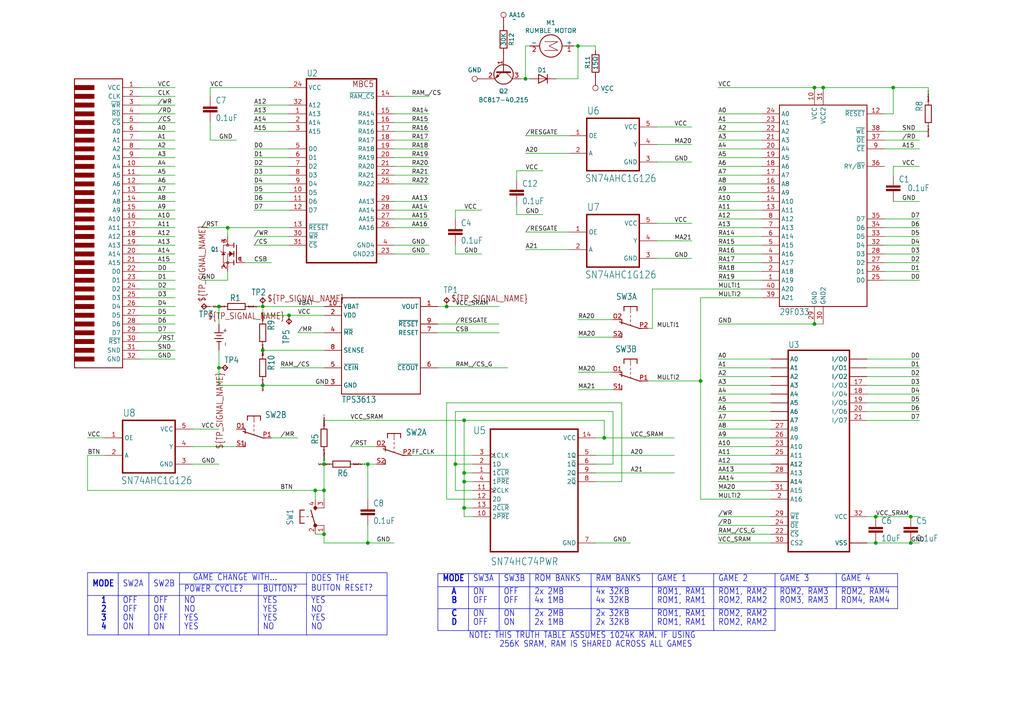
<source format=kicad_sch>
(kicad_sch (version 20231120) (generator "eeschema") (generator_version "8.0")
  (paper "A4")
  (lib_symbols
    (symbol "Connector:TestPoint" (pin_numbers hide) (pin_names (offset 0.762) hide)
      (property "Reference" "TP" (at 0 6.858 0))
      (property "Value" "TestPoint" (at 0 5.08 0))
      (symbol "TestPoint_1_1"
        (pin passive line (at 0 0 90) (length 2.54) (name "1") (number "1"))
      )
    )
    (symbol "Device:D" (pin_numbers hide) (pin_names (offset 1.016) hide)
      (property "Reference" "D" (at 0 2.54 0))
      (property "Value" "D" (at 0 -2.54 0))
      (symbol "D_1_1"
        (pin passive line (at -3.81 0 0) (length 2.54) (name "K") (number "1"))
        (pin passive line (at 3.81 0 180) (length 2.54) (name "A") (number "2"))
      )
    )
    (symbol "Device:Q_NPN_BEC" (pin_names (offset 0) hide)
      (property "Reference" "Q" (at 5.08 1.27 0))
      (property "Value" "Q_NPN_BEC" (at 5.08 -1.27 0))
      (symbol "Q_NPN_BEC_1_1"
        (pin input line (at -5.08 0 0) (length 5.715) (name "B") (number "1"))
        (pin passive line (at 2.54 -5.08 90) (length 2.54) (name "E") (number "2"))
        (pin passive line (at 2.54 5.08 270) (length 2.54) (name "C") (number "3"))
      )
    )
    (symbol "Device:R" (pin_numbers hide) (pin_names (offset 0))
      (property "Reference" "R" (at 2.032 0 90))
      (property "Value" "R" (at 0 0 90))
      (symbol "R_1_1"
        (pin passive line (at 0 3.81 270) (length 1.27) (name "~") (number "1"))
        (pin passive line (at 0 -3.81 90) (length 1.27) (name "~") (number "2"))
      )
    )
    (symbol "MBC5_1-3_multi-eagle-import:1008_62256_SRAM"
      (property "Reference" "IC" (at -10.16 20.955 0))
      (symbol "1008_62256_SRAM_1_0"
        (pin input line (at -15.24 12.7 0) (length 5.08) (name "A2") (number "10"))
        (pin input line (at -15.24 15.24 0) (length 5.08) (name "A1") (number "11"))
        (pin input line (at -15.24 17.78 0) (length 5.08) (name "A0") (number "12"))
        (pin bidirectional line (at 12.7 17.78 180) (length 5.08) (name "I/O0") (number "13"))
        (pin bidirectional line (at 12.7 15.24 180) (length 5.08) (name "I/O1") (number "14"))
        (pin bidirectional line (at 12.7 12.7 180) (length 5.08) (name "I/O2") (number "15"))
        (pin power_in line (at 12.7 -35.56 180) (length 5.08) (name "VSS") (number "16"))
        (pin bidirectional line (at 12.7 10.16 180) (length 5.08) (name "I/O3") (number "17"))
        (pin bidirectional line (at 12.7 7.62 180) (length 5.08) (name "I/O4") (number "18"))
        (pin bidirectional line (at 12.7 5.08 180) (length 5.08) (name "I/O5") (number "19"))
        (pin input line (at -15.24 -22.86 0) (length 5.08) (name "A16") (number "2"))
        (pin bidirectional line (at 12.7 2.54 180) (length 5.08) (name "I/O6") (number "20"))
        (pin bidirectional line (at 12.7 0 180) (length 5.08) (name "I/O7") (number "21"))
        (pin input line (at -15.24 -33.02 0) (length 5.08) (name "~{CS}") (number "22"))
        (pin input line (at -15.24 -7.62 0) (length 5.08) (name "A10") (number "23"))
        (pin input line (at -15.24 -30.48 0) (length 5.08) (name "~{OE}") (number "24"))
        (pin input line (at -15.24 -10.16 0) (length 5.08) (name "A11") (number "25"))
        (pin input line (at -15.24 -5.08 0) (length 5.08) (name "A9") (number "26"))
        (pin input line (at -15.24 -2.54 0) (length 5.08) (name "A8") (number "27"))
        (pin input line (at -15.24 -15.24 0) (length 5.08) (name "A13") (number "28"))
        (pin input line (at -15.24 -27.94 0) (length 5.08) (name "~{WE}") (number "29"))
        (pin input line (at -15.24 -17.78 0) (length 5.08) (name "A14") (number "3"))
        (pin input line (at -15.24 -35.56 0) (length 5.08) (name "CS2") (number "30"))
        (pin input line (at -15.24 -20.32 0) (length 5.08) (name "A15") (number "31"))
        (pin power_in line (at 12.7 -27.94 180) (length 5.08) (name "VCC") (number "32"))
        (pin input line (at -15.24 -12.7 0) (length 5.08) (name "A12") (number "4"))
        (pin input line (at -15.24 0 0) (length 5.08) (name "A7") (number "5"))
        (pin input line (at -15.24 2.54 0) (length 5.08) (name "A6") (number "6"))
        (pin input line (at -15.24 5.08 0) (length 5.08) (name "A5") (number "7"))
        (pin input line (at -15.24 7.62 0) (length 5.08) (name "A4") (number "8"))
        (pin input line (at -15.24 10.16 0) (length 5.08) (name "A3") (number "9"))
        (pin input line (at -15.24 12.7 0) (length 5.08) (name "A2") (number "L10"))
        (pin input line (at -15.24 15.24 0) (length 5.08) (name "A1") (number "L11"))
        (pin input line (at -15.24 17.78 0) (length 5.08) (name "A0") (number "L12"))
        (pin bidirectional line (at 12.7 17.78 180) (length 5.08) (name "I/O0") (number "L13"))
        (pin bidirectional line (at 12.7 15.24 180) (length 5.08) (name "I/O1") (number "L14"))
        (pin bidirectional line (at 12.7 12.7 180) (length 5.08) (name "I/O2") (number "L15"))
        (pin power_in line (at 12.7 -35.56 180) (length 5.08) (name "VSS") (number "L16"))
        (pin input line (at -15.24 -17.78 0) (length 5.08) (name "A14") (number "L3"))
        (pin input line (at -15.24 -12.7 0) (length 5.08) (name "A12") (number "L4"))
        (pin input line (at -15.24 0 0) (length 5.08) (name "A7") (number "L5"))
        (pin input line (at -15.24 2.54 0) (length 5.08) (name "A6") (number "L6"))
        (pin input line (at -15.24 5.08 0) (length 5.08) (name "A5") (number "L7"))
        (pin input line (at -15.24 7.62 0) (length 5.08) (name "A4") (number "L8"))
        (pin input line (at -15.24 10.16 0) (length 5.08) (name "A3") (number "L9"))
      )
    )
    (symbol "MBC5_1-3_multi-eagle-import:29F033"
      (symbol "29F033_1_0"
        (pin input line (at -17.78 -22.86 0) (length 5.08) (name "A19") (number "1"))
        (pin power_in line (at -2.54 33.02 270) (length 5.08) (name "VCC") (number "10"))
        (pin input line (at 17.78 25.4 180) (length 5.08) (name "~{RESET}") (number "12"))
        (pin input line (at -17.78 -2.54 0) (length 5.08) (name "A11") (number "13"))
        (pin input line (at -17.78 0 0) (length 5.08) (name "A10") (number "14"))
        (pin input line (at -17.78 2.54 0) (length 5.08) (name "A9") (number "15"))
        (pin input line (at -17.78 5.08 0) (length 5.08) (name "A8") (number "16"))
        (pin input line (at -17.78 7.62 0) (length 5.08) (name "A7") (number "17"))
        (pin input line (at -17.78 10.16 0) (length 5.08) (name "A6") (number "18"))
        (pin input line (at -17.78 12.7 0) (length 5.08) (name "A5") (number "19"))
        (pin input line (at -17.78 -20.32 0) (length 5.08) (name "A18") (number "2"))
        (pin input line (at -17.78 15.24 0) (length 5.08) (name "A4") (number "20"))
        (pin input line (at -17.78 17.78 0) (length 5.08) (name "A3") (number "21"))
        (pin input line (at -17.78 20.32 0) (length 5.08) (name "A2") (number "22"))
        (pin input line (at -17.78 22.86 0) (length 5.08) (name "A1") (number "23"))
        (pin input line (at -17.78 25.4 0) (length 5.08) (name "A0") (number "24"))
        (pin bidirectional line (at 17.78 -22.86 180) (length 5.08) (name "D0") (number "25"))
        (pin bidirectional line (at 17.78 -20.32 180) (length 5.08) (name "D1") (number "26"))
        (pin bidirectional line (at 17.78 -17.78 180) (length 5.08) (name "D2") (number "27"))
        (pin bidirectional line (at 17.78 -15.24 180) (length 5.08) (name "D3") (number "28"))
        (pin power_in line (at -2.54 -35.56 90) (length 5.08) (name "GND") (number "29"))
        (pin input line (at -17.78 -17.78 0) (length 5.08) (name "A17") (number "3"))
        (pin power_in line (at 0 -35.56 90) (length 5.08) (name "GND2") (number "30"))
        (pin power_in line (at 0 33.02 270) (length 5.08) (name "VCC2") (number "31"))
        (pin bidirectional line (at 17.78 -12.7 180) (length 5.08) (name "D4") (number "32"))
        (pin bidirectional line (at 17.78 -10.16 180) (length 5.08) (name "D5") (number "33"))
        (pin bidirectional line (at 17.78 -7.62 180) (length 5.08) (name "D6") (number "34"))
        (pin bidirectional line (at 17.78 -5.08 180) (length 5.08) (name "D7") (number "35"))
        (pin output line (at 17.78 10.16 180) (length 5.08) (name "RY/~{BY}") (number "36"))
        (pin input line (at 17.78 17.78 180) (length 5.08) (name "~{OE}") (number "37"))
        (pin input line (at 17.78 20.32 180) (length 5.08) (name "~{WE}") (number "38"))
        (pin input line (at -17.78 -27.94 0) (length 5.08) (name "A21") (number "39"))
        (pin input line (at -17.78 -15.24 0) (length 5.08) (name "A16") (number "4"))
        (pin input line (at -17.78 -25.4 0) (length 5.08) (name "A20") (number "40"))
        (pin input line (at -17.78 -12.7 0) (length 5.08) (name "A15") (number "5"))
        (pin input line (at -17.78 -10.16 0) (length 5.08) (name "A14") (number "6"))
        (pin input line (at -17.78 -7.62 0) (length 5.08) (name "A13") (number "7"))
        (pin input line (at -17.78 -5.08 0) (length 5.08) (name "A12") (number "8"))
        (pin input line (at 17.78 15.24 180) (length 5.08) (name "~{CE}") (number "9"))
      )
    )
    (symbol "MBC5_1-3_multi-eagle-import:C-EUC0603"
      (property "Reference" "C" (at 1.524 0.381 0))
      (symbol "C-EUC0603_1_0"
        (pin passive line (at 0 2.54 270) (length 2.54) (name "1") (number "1"))
        (pin passive line (at 0 -5.08 90) (length 2.54) (name "2") (number "2"))
      )
    )
    (symbol "MBC5_1-3_multi-eagle-import:CR2025"
      (symbol "CR2025_1_0"
        (text "+" (at -2.54 0 0) (effects (font (size 1.27 1.0795)) (justify left bottom)))
        (text "-" (at -2.54 -2.54 900) (effects (font (size 1.27 1.0795)) (justify right top)))
        (pin power_in line (at 0 2.54 270) (length 2.54) (name "+") (number "+"))
        (pin power_in line (at 0 -5.08 90) (length 2.54) (name "-") (number "-"))
      )
    )
    (symbol "MBC5_1-3_multi-eagle-import:GBC_CARTTAB"
      (symbol "GBC_CARTTAB_1_0"
        (pin power_in line (at 10.16 38.1 180) (length 5.08) (name "VCC") (number "1"))
        (pin output line (at 10.16 15.24 180) (length 5.08) (name "A4") (number "10"))
        (pin output line (at 10.16 12.7 180) (length 5.08) (name "A5") (number "11"))
        (pin output line (at 10.16 10.16 180) (length 5.08) (name "A6") (number "12"))
        (pin output line (at 10.16 7.62 180) (length 5.08) (name "A7") (number "13"))
        (pin output line (at 10.16 5.08 180) (length 5.08) (name "A8") (number "14"))
        (pin output line (at 10.16 2.54 180) (length 5.08) (name "A9") (number "15"))
        (pin output line (at 10.16 0 180) (length 5.08) (name "A10") (number "16"))
        (pin output line (at 10.16 -2.54 180) (length 5.08) (name "A11") (number "17"))
        (pin output line (at 10.16 -5.08 180) (length 5.08) (name "A12") (number "18"))
        (pin output line (at 10.16 -7.62 180) (length 5.08) (name "A13") (number "19"))
        (pin output line (at 10.16 35.56 180) (length 5.08) (name "CLK") (number "2"))
        (pin output line (at 10.16 -10.16 180) (length 5.08) (name "A14") (number "20"))
        (pin output line (at 10.16 -12.7 180) (length 5.08) (name "A15") (number "21"))
        (pin bidirectional line (at 10.16 -15.24 180) (length 5.08) (name "D0") (number "22"))
        (pin bidirectional line (at 10.16 -17.78 180) (length 5.08) (name "D1") (number "23"))
        (pin bidirectional line (at 10.16 -20.32 180) (length 5.08) (name "D2") (number "24"))
        (pin bidirectional line (at 10.16 -22.86 180) (length 5.08) (name "D3") (number "25"))
        (pin bidirectional line (at 10.16 -25.4 180) (length 5.08) (name "D4") (number "26"))
        (pin bidirectional line (at 10.16 -27.94 180) (length 5.08) (name "D5") (number "27"))
        (pin bidirectional line (at 10.16 -30.48 180) (length 5.08) (name "D6") (number "28"))
        (pin bidirectional line (at 10.16 -33.02 180) (length 5.08) (name "D7") (number "29"))
        (pin output line (at 10.16 33.02 180) (length 5.08) (name "~{WR}") (number "3"))
        (pin bidirectional line (at 10.16 -35.56 180) (length 5.08) (name "~{RST}") (number "30"))
        (pin bidirectional line (at 10.16 -38.1 180) (length 5.08) (name "SND") (number "31"))
        (pin power_in line (at 10.16 -40.64 180) (length 5.08) (name "GND") (number "32"))
        (pin output line (at 10.16 30.48 180) (length 5.08) (name "~{RD}") (number "4"))
        (pin output line (at 10.16 27.94 180) (length 5.08) (name "~{CS}") (number "5"))
        (pin output line (at 10.16 25.4 180) (length 5.08) (name "A0") (number "6"))
        (pin output line (at 10.16 22.86 180) (length 5.08) (name "A1") (number "7"))
        (pin output line (at 10.16 20.32 180) (length 5.08) (name "A2") (number "8"))
        (pin output line (at 10.16 17.78 180) (length 5.08) (name "A3") (number "9"))
      )
    )
    (symbol "MBC5_1-3_multi-eagle-import:MBC5"
      (property "Reference" "IC" (at -10.16 26.035 0))
      (symbol "MBC5_1_0"
        (text "MBC5" (at 3.048 22.86 0) (effects (font (size 1.778 1.5113)) (justify left bottom)))
        (pin input line (at -15.24 15.24 0) (length 5.08) (name "A13") (number "1"))
        (pin input line (at -15.24 -7.62 0) (length 5.08) (name "D5") (number "10"))
        (pin input line (at -15.24 -10.16 0) (length 5.08) (name "D6") (number "11"))
        (pin input line (at -15.24 -12.7 0) (length 5.08) (name "D7") (number "12"))
        (pin input line (at -15.24 -17.78 0) (length 5.08) (name "~{RESET}") (number "13"))
        (pin output line (at 15.24 20.32 180) (length 5.08) (name "~{RAM_CS}") (number "14"))
        (pin output line (at 15.24 15.24 180) (length 5.08) (name "RA14") (number "15"))
        (pin output line (at 15.24 12.7 180) (length 5.08) (name "RA15") (number "16"))
        (pin output line (at 15.24 10.16 180) (length 5.08) (name "RA16") (number "17"))
        (pin output line (at 15.24 7.62 180) (length 5.08) (name "RA17") (number "18"))
        (pin output line (at 15.24 5.08 180) (length 5.08) (name "RA18") (number "19"))
        (pin input line (at -15.24 12.7 0) (length 5.08) (name "A14") (number "2"))
        (pin output line (at 15.24 2.54 180) (length 5.08) (name "RA19") (number "20"))
        (pin output line (at 15.24 0 180) (length 5.08) (name "RA20") (number "21"))
        (pin output line (at 15.24 -2.54 180) (length 5.08) (name "RA21") (number "22"))
        (pin power_in line (at 15.24 -25.4 180) (length 5.08) (name "GND23") (number "23"))
        (pin power_in line (at -15.24 22.86 0) (length 5.08) (name "VCC") (number "24"))
        (pin output line (at 15.24 -5.08 180) (length 5.08) (name "RA22") (number "25"))
        (pin output line (at 15.24 -17.78 180) (length 5.08) (name "AA16") (number "26"))
        (pin output line (at 15.24 -15.24 180) (length 5.08) (name "AA15") (number "27"))
        (pin output line (at 15.24 -12.7 180) (length 5.08) (name "AA14") (number "28"))
        (pin output line (at 15.24 -10.16 180) (length 5.08) (name "AA13") (number "29"))
        (pin input line (at -15.24 10.16 0) (length 5.08) (name "A15") (number "3"))
        (pin input line (at -15.24 -20.32 0) (length 5.08) (name "~{WR}") (number "30"))
        (pin input line (at -15.24 -22.86 0) (length 5.08) (name "~{CS}") (number "31"))
        (pin input line (at -15.24 17.78 0) (length 5.08) (name "A12") (number "32"))
        (pin power_in line (at 15.24 -22.86 180) (length 5.08) (name "GND4") (number "4"))
        (pin input line (at -15.24 5.08 0) (length 5.08) (name "D0") (number "5"))
        (pin input line (at -15.24 2.54 0) (length 5.08) (name "D1") (number "6"))
        (pin input line (at -15.24 0 0) (length 5.08) (name "D2") (number "7"))
        (pin input line (at -15.24 -2.54 0) (length 5.08) (name "D3") (number "8"))
        (pin input line (at -15.24 -5.08 0) (length 5.08) (name "D4") (number "9"))
      )
    )
    (symbol "MBC5_1-3_multi-eagle-import:MOSFET-NREFLOW"
      (property "Reference" "Q" (at 5.08 0.635 0))
      (symbol "MOSFET-NREFLOW_1_0"
        (text "D" (at 3.175 3.175 0) (effects (font (size 0.8128 0.6908)) (justify left bottom)))
        (text "G" (at -1.27 -1.905 0) (effects (font (size 0.8128 0.6908)) (justify left bottom)))
        (text "S" (at 3.175 -3.81 0) (effects (font (size 0.8128 0.6908)) (justify left bottom)))
        (pin bidirectional line (at -2.54 -2.54 0) (length 2.54) (name "G") (number "1"))
        (pin bidirectional line (at 2.54 -5.08 90) (length 2.54) (name "S") (number "2"))
        (pin bidirectional line (at 2.54 5.08 270) (length 2.54) (name "D") (number "3"))
      )
    )
    (symbol "MBC5_1-3_multi-eagle-import:RR0603"
      (property "Reference" "R" (at -3.81 1.4986 0))
      (symbol "RR0603_1_0"
        (text "SpiceOrder 1" (at -5.08 0 0) (effects (font (size 0.4064 0.3454))))
        (text "SpiceOrder 2" (at 5.08 0 0) (effects (font (size 0.4064 0.3454))))
        (pin passive line (at -5.08 0 0) (length 2.54) (name "1") (number "1"))
        (pin passive line (at 5.08 0 180) (length 2.54) (name "2") (number "2"))
      )
    )
    (symbol "MBC5_1-3_multi-eagle-import:SN74AHC1G126"
      (property "Reference" "U" (at -7.62 8.62 0))
      (symbol "SN74AHC1G126_1_0"
        (pin input line (at -12.7 2.54 0) (length 5.08) (name "OE") (number "1"))
        (pin input line (at -12.7 -2.54 0) (length 5.08) (name "A") (number "2"))
        (pin power_in line (at 12.7 -5.08 180) (length 5.08) (name "GND") (number "3"))
        (pin output line (at 12.7 0 180) (length 5.08) (name "Y") (number "4"))
        (pin power_in line (at 12.7 5.08 180) (length 5.08) (name "VCC") (number "5"))
      )
    )
    (symbol "MBC5_1-3_multi-eagle-import:SN74HC74PWR"
      (property "Reference" "U" (at -12.7 18.78 0))
      (symbol "SN74HC74PWR_1_0"
        (pin input line (at -17.78 5.08 0) (length 5.08) (name "1~{CLR}") (number "1"))
        (pin input line (at -17.78 -7.62 0) (length 5.08) (name "2~{PRE}") (number "10"))
        (pin input clock (at -17.78 0 0) (length 5.08) (name "2CLK") (number "11"))
        (pin input line (at -17.78 -2.54 0) (length 5.08) (name "2D") (number "12"))
        (pin input line (at -17.78 -5.08 0) (length 5.08) (name "2~{CLR}") (number "13"))
        (pin power_in line (at 17.78 15.24 180) (length 5.08) (name "VCC") (number "14"))
        (pin input line (at -17.78 7.62 0) (length 5.08) (name "1D") (number "2"))
        (pin input clock (at -17.78 10.16 0) (length 5.08) (name "1CLK") (number "3"))
        (pin input line (at -17.78 2.54 0) (length 5.08) (name "1~{PRE}") (number "4"))
        (pin output line (at 17.78 10.16 180) (length 5.08) (name "1Q") (number "5"))
        (pin output line (at 17.78 7.62 180) (length 5.08) (name "1~{Q}") (number "6"))
        (pin power_in line (at 17.78 -15.24 180) (length 5.08) (name "GND") (number "7"))
        (pin output line (at 17.78 2.54 180) (length 5.08) (name "2~{Q}") (number "8"))
        (pin output line (at 17.78 5.08 180) (length 5.08) (name "2Q") (number "9"))
      )
    )
    (symbol "MBC5_1-3_multi-eagle-import:SPDT-2S"
      (property "Reference" "SW" (at -8.255 -1.905 90))
      (symbol "SPDT-2S_1_0"
        (pin passive line (at -2.54 5.08 270) (length 2.54) (name "O") (number "O1"))
        (pin passive line (at 0 -5.08 90) (length 2.54) (name "P") (number "P1"))
        (pin passive line (at 2.54 5.08 270) (length 2.54) (name "S") (number "S1"))
      )
      (symbol "SPDT-2S_2_0"
        (pin passive line (at -2.54 5.08 270) (length 2.54) (name "O") (number "O2"))
        (pin passive line (at 0 -5.08 90) (length 2.54) (name "P") (number "P2"))
        (pin passive line (at 2.54 5.08 270) (length 2.54) (name "S") (number "S2"))
      )
    )
    (symbol "MBC5_1-3_multi-eagle-import:SPST_TACT-KMR2"
      (property "Reference" "SW" (at -6.35 -2.54 90))
      (symbol "SPST_TACT-KMR2_1_0"
        (pin passive line (at 2.54 -5.08 90) (length 2.54) (name "P1") (number "1"))
        (pin passive line (at 0 -5.08 90) (length 2.54) (name "P") (number "2"))
        (pin passive line (at 2.54 5.08 270) (length 2.54) (name "S1") (number "3"))
        (pin passive line (at 0 5.08 270) (length 2.54) (name "S") (number "4"))
      )
    )
    (symbol "MBC5_1-3_multi-eagle-import:TPB1,27"
      (property "Reference" "TP" (at -1.27 1.27 0))
      (symbol "TPB1,27_1_0"
        (text "${TP_SIGNAL_NAME}" (at 1.27 -1.27 0) (effects (font (size 1.778 1.5113)) (justify left bottom)))
        (pin input line (at 0 -2.54 90) (length 2.54) (name "TP") (number "TP"))
      )
    )
    (symbol "MBC5_1-3_multi-eagle-import:TPS3613"
      (symbol "TPS3613_1_0"
        (pin power_in line (at 17.78 10.16 180) (length 5.08) (name "VOUT") (number "1"))
        (pin power_in line (at -15.24 10.16 0) (length 5.08) (name "VBAT") (number "10"))
        (pin power_in line (at -15.24 7.62 0) (length 5.08) (name "VDD") (number "2"))
        (pin power_in line (at -15.24 -12.7 0) (length 5.08) (name "GND") (number "3"))
        (pin input line (at -15.24 2.54 0) (length 5.08) (name "~{MR}") (number "4"))
        (pin input line (at -15.24 -7.62 0) (length 5.08) (name "~{CEIN}") (number "5"))
        (pin output line (at 17.78 -7.62 180) (length 5.08) (name "~{CEOUT}") (number "6"))
        (pin output line (at 17.78 2.54 180) (length 5.08) (name "RESET") (number "7"))
        (pin input line (at -15.24 -2.54 0) (length 5.08) (name "SENSE") (number "8"))
        (pin output line (at 17.78 5.08 180) (length 5.08) (name "~{RESET}") (number "9"))
      )
    )
    (symbol "Motor:Motor_DC" (pin_names (offset 0))
      (property "Reference" "M" (at 2.54 2.54 0))
      (property "Value" "Motor_DC" (at 2.54 -5.08 0))
      (symbol "Motor_DC_1_1"
        (pin passive line (at 0 5.08 270) (length 2.54) (name "+") (number "1"))
        (pin passive line (at 0 -7.62 90) (length 2.54) (name "-") (number "2"))
      )
    )
  )
  (junction (at 254 157.48))
  (junction (at 152.4 22.86))
  (junction (at 106.68 157.48))
  (junction (at 134.62 121.92))
  (junction (at 236.22 25.4))
  (junction (at 134.62 139.7))
  (junction (at 83.82 91.44))
  (junction (at 134.62 147.32))
  (junction (at 63.5 88.9))
  (junction (at 63.5 106.68))
  (junction (at 106.68 134.62))
  (junction (at 91.44 142.24))
  (junction (at 167.64 13.335))
  (junction (at 93.98 154.94))
  (junction (at 236.22 93.98))
  (junction (at 93.98 134.62))
  (junction (at 76.2 101.6))
  (junction (at 259.08 25.4))
  (junction (at 66.04 66.04))
  (junction (at 129.54 88.9))
  (junction (at 264.16 157.48))
  (junction (at 238.76 25.4))
  (junction (at 203.2 110.49))
  (junction (at 76.2 111.76))
  (junction (at 132.08 134.62))
  (junction (at 93.98 142.24))
  (junction (at 254 149.86))
  (junction (at 264.16 149.86))
  (junction (at 175.26 127))
  (junction (at 76.2 88.9))
  (junction (at 134.62 137.16))
  (polyline (pts (xy 171.45 166.37) (xy 171.45 176.53)) (stroke (width 0.1524) (type solid)))
  (wire (pts (xy 256.54 38.1) (xy 269.24 38.1)) (stroke (width 0.1524)))
  (wire (pts (xy 208.28 78.74) (xy 220.98 78.74)) (stroke (width 0.1524)))
  (wire (pts (xy 266.7 81.28) (xy 256.54 81.28)) (stroke (width 0.1524)))
  (wire (pts (xy 200.66 64.77) (xy 190.5 64.77)) (stroke (width 0.1524)))
  (wire (pts (xy 66.04 68.58) (xy 66.04 66.04)) (stroke (width 0.1524)))
  (wire (pts (xy 114.3 40.64) (xy 124.46 40.64)) (stroke (width 0.1524)))
  (wire (pts (xy 93.98 157.48) (xy 106.68 157.48)) (stroke (width 0.1524)))
  (wire (pts (xy 251.46 157.48) (xy 254 157.48)) (stroke (width 0.1524)))
  (wire (pts (xy 40.64 81.28) (xy 50.8 81.28)) (stroke (width 0.1524)))
  (wire (pts (xy 180.34 116.84) (xy 180.34 139.7)) (stroke (width 0.1524)))
  (wire (pts (xy 259.08 25.4) (xy 259.08 33.02)) (stroke (width 0.1524)))
  (wire (pts (xy 114.3 63.5) (xy 124.46 63.5)) (stroke (width 0.1524)))
  (wire (pts (xy 190.5 69.85) (xy 200.66 69.85)) (stroke (width 0.1524)))
  (wire (pts (xy 251.46 114.3) (xy 266.7 114.3)) (stroke (width 0.1524)))
  (wire (pts (xy 73.66 30.48) (xy 83.82 30.48)) (stroke (width 0.1524)))
  (polyline (pts (xy 171.45 166.37) (xy 189.23 166.37)) (stroke (width 0.1524) (type solid)))
  (wire (pts (xy 149.86 49.53) (xy 157.48 49.53)) (stroke (width 0.1524)))
  (wire (pts (xy 40.64 38.1) (xy 50.8 38.1)) (stroke (width 0.1524)))
  (wire (pts (xy 152.4 39.37) (xy 165.1 39.37)) (stroke (width 0.1524)))
  (wire (pts (xy 208.28 60.96) (xy 220.98 60.96)) (stroke (width 0.1524)))
  (wire (pts (xy 40.64 60.96) (xy 50.8 60.96)) (stroke (width 0.1524)))
  (wire (pts (xy 200.66 46.99) (xy 190.5 46.99)) (stroke (width 0.1524)))
  (wire (pts (xy 208.28 106.68) (xy 223.52 106.68)) (stroke (width 0.1524)))
  (wire (pts (xy 238.76 25.4) (xy 236.22 25.4)) (stroke (width 0.1524)))
  (wire (pts (xy 134.62 121.92) (xy 93.98 121.92)) (stroke (width 0.1524)))
  (wire (pts (xy 152.4 67.31) (xy 165.1 67.31)) (stroke (width 0.1524)))
  (wire (pts (xy 73.66 35.56) (xy 83.82 35.56)) (stroke (width 0.1524)))
  (wire (pts (xy 106.68 157.48) (xy 114.3 157.48)) (stroke (width 0.1524)))
  (polyline (pts (xy 43.18 166.116) (xy 34.29 166.116)) (stroke (width 0.1524) (type solid)))
  (wire (pts (xy 153.67 13.335) (xy 152.4 13.335)))
  (polyline (pts (xy 189.23 176.53) (xy 189.23 182.88)) (stroke (width 0.1524) (type solid)))
  (wire (pts (xy 83.82 66.04) (xy 66.04 66.04)) (stroke (width 0.1524)))
  (wire (pts (xy 114.3 58.42) (xy 124.46 58.42)) (stroke (width 0.1524)))
  (wire (pts (xy 40.64 78.74) (xy 50.8 78.74)) (stroke (width 0.1524)))
  (wire (pts (xy 152.4 22.86) (xy 153.67 22.86)))
  (wire (pts (xy 208.28 121.92) (xy 223.52 121.92)) (stroke (width 0.1524)))
  (wire (pts (xy 132.08 60.96) (xy 139.7 60.96)) (stroke (width 0.1524)))
  (wire (pts (xy 251.46 104.14) (xy 266.7 104.14)) (stroke (width 0.1524)))
  (wire (pts (xy 251.46 106.68) (xy 266.7 106.68)) (stroke (width 0.1524)))
  (wire (pts (xy 187.96 95.25) (xy 189.23 95.25)) (stroke (width 0.1524)))
  (wire (pts (xy 264.16 149.86) (xy 266.7 149.86)) (stroke (width 0.1524)))
  (polyline (pts (xy 52.07 166.116) (xy 43.18 166.116)) (stroke (width 0.1524) (type solid)))
  (wire (pts (xy 172.72 13.335) (xy 172.72 14.605)))
  (wire (pts (xy 66.04 81.28) (xy 58.42 81.28)) (stroke (width 0.1524)))
  (wire (pts (xy 208.28 81.28) (xy 220.98 81.28)) (stroke (width 0.1524)))
  (polyline (pts (xy 112.268 172.72) (xy 112.268 184.15)) (stroke (width 0.1524) (type solid)))
  (wire (pts (xy 238.76 25.4) (xy 259.08 25.4)) (stroke (width 0.1524)))
  (wire (pts (xy 208.28 63.5) (xy 220.98 63.5)) (stroke (width 0.1524)))
  (wire (pts (xy 208.28 35.56) (xy 220.98 35.56)) (stroke (width 0.1524)))
  (polyline (pts (xy 189.23 170.18) (xy 189.23 176.53)) (stroke (width 0.1524) (type solid)))
  (polyline (pts (xy 88.9 166.116) (xy 112.268 166.116)) (stroke (width 0.1524) (type solid)))
  (polyline (pts (xy 242.57 166.37) (xy 242.57 176.53)) (stroke (width 0.1524) (type solid)))
  (polyline (pts (xy 260.35 170.18) (xy 189.23 170.18)) (stroke (width 0.1524) (type solid)))
  (wire (pts (xy 151.13 22.86) (xy 152.4 22.86)))
  (wire (pts (xy 259.08 33.02) (xy 256.54 33.02)) (stroke (width 0.1524)))
  (wire (pts (xy 223.52 152.4) (xy 208.28 152.4)) (stroke (width 0.1524)))
  (wire (pts (xy 119.38 132.08) (xy 137.16 132.08)) (stroke (width 0.1524)))
  (polyline (pts (xy 127 166.37) (xy 127 170.18)) (stroke (width 0.1524) (type solid)))
  (wire (pts (xy 127 93.98) (xy 144.78 93.98)) (stroke (width 0.1524)))
  (wire (pts (xy 73.66 68.58) (xy 83.82 68.58)) (stroke (width 0.1524)))
  (wire (pts (xy 40.64 91.44) (xy 50.8 91.44)) (stroke (width 0.1524)))
  (wire (pts (xy 189.23 83.82) (xy 220.98 83.82)) (stroke (width 0.1524)))
  (wire (pts (xy 137.16 134.62) (xy 132.08 134.62)) (stroke (width 0.1524)))
  (wire (pts (xy 73.66 60.96) (xy 83.82 60.96)) (stroke (width 0.1524)))
  (wire (pts (xy 149.86 59.69) (xy 149.86 62.23)) (stroke (width 0.1524)))
  (wire (pts (xy 93.98 134.62) (xy 93.98 142.24)) (stroke (width 0.1524)))
  (wire (pts (xy 93.98 111.76) (xy 76.2 111.76)) (stroke (width 0.1524)))
  (wire (pts (xy 40.64 58.42) (xy 50.8 58.42)) (stroke (width 0.1524)))
  (wire (pts (xy 180.34 139.7) (xy 172.72 139.7)) (stroke (width 0.1524)))
  (wire (pts (xy 91.44 154.94) (xy 93.98 154.94)) (stroke (width 0.1524)))
  (wire (pts (xy 172.72 137.16) (xy 195.58 137.16)) (stroke (width 0.1524)))
  (wire (pts (xy 166.37 13.335) (xy 167.64 13.335)))
  (polyline (pts (xy 127 182.88) (xy 135.89 182.88)) (stroke (width 0.1524) (type solid)))
  (wire (pts (xy 106.68 134.62) (xy 109.22 134.62)) (stroke (width 0.1524)))
  (wire (pts (xy 266.7 40.64) (xy 256.54 40.64)) (stroke (width 0.1524)))
  (polyline (pts (xy 153.67 176.53) (xy 153.67 166.37)) (stroke (width 0.1524) (type solid)))
  (wire (pts (xy 208.28 68.58) (xy 220.98 68.58)) (stroke (width 0.1524)))
  (wire (pts (xy 208.28 137.16) (xy 223.52 137.16)) (stroke (width 0.1524)))
  (wire (pts (xy 66.04 66.04) (xy 58.42 66.04)) (stroke (width 0.1524)))
  (wire (pts (xy 40.64 30.48) (xy 50.8 30.48)) (stroke (width 0.1524)))
  (wire (pts (xy 132.08 60.96) (xy 132.08 63.5)) (stroke (width 0.1524)))
  (wire (pts (xy 175.26 121.92) (xy 175.26 127)) (stroke (width 0.1524)))
  (polyline (pts (xy 242.57 166.37) (xy 224.79 166.37)) (stroke (width 0.1524) (type solid)))
  (wire (pts (xy 93.98 88.9) (xy 76.2 88.9)) (stroke (width 0.1524)))
  (wire (pts (xy 208.28 66.04) (xy 220.98 66.04)) (stroke (width 0.1524)))
  (polyline (pts (xy 144.78 166.37) (xy 144.78 182.88)) (stroke (width 0.1524) (type solid)))
  (wire (pts (xy 63.5 88.9) (xy 60.96 88.9)) (stroke (width 0.1524)))
  (wire (pts (xy 114.3 33.02) (xy 124.46 33.02)) (stroke (width 0.1524)))
  (wire (pts (xy 251.46 109.22) (xy 266.7 109.22)) (stroke (width 0.1524)))
  (polyline (pts (xy 34.29 172.72) (xy 34.29 184.15)) (stroke (width 0.1524) (type solid)))
  (wire (pts (xy 208.28 154.94) (xy 223.52 154.94)) (stroke (width 0.1524)))
  (polyline (pts (xy 207.01 182.88) (xy 189.23 182.88)) (stroke (width 0.1524) (type solid)))
  (polyline (pts (xy 25.4 166.116) (xy 25.4 172.72)) (stroke (width 0.1524) (type solid)))
  (polyline (pts (xy 224.79 176.53) (xy 260.35 176.53)) (stroke (width 0.1524) (type solid)))
  (wire (pts (xy 259.08 48.26) (xy 259.08 50.8)) (stroke (width 0.1524)))
  (polyline (pts (xy 153.67 182.88) (xy 153.67 176.53)) (stroke (width 0.1524) (type solid)))
  (polyline (pts (xy 25.4 172.72) (xy 25.4 184.15)) (stroke (width 0.1524) (type solid)))
  (wire (pts (xy 187.96 110.49) (xy 203.2 110.49)) (stroke (width 0.1524)))
  (polyline (pts (xy 88.9 172.72) (xy 88.9 184.15)) (stroke (width 0.1524) (type solid)))
  (wire (pts (xy 137.16 144.78) (xy 129.54 144.78)) (stroke (width 0.1524)))
  (wire (pts (xy 132.08 73.66) (xy 139.7 73.66)) (stroke (width 0.1524)))
  (wire (pts (xy 78.74 76.2) (xy 71.12 76.2)) (stroke (width 0.1524)))
  (polyline (pts (xy 34.29 184.15) (xy 43.18 184.15)) (stroke (width 0.1524) (type solid)))
  (wire (pts (xy 266.7 76.2) (xy 256.54 76.2)) (stroke (width 0.1524)))
  (wire (pts (xy 132.08 71.12) (xy 132.08 73.66)) (stroke (width 0.1524)))
  (wire (pts (xy 266.7 48.26) (xy 259.08 48.26)) (stroke (width 0.1524)))
  (polyline (pts (xy 127 176.53) (xy 127 182.88)) (stroke (width 0.1524) (type solid)))
  (wire (pts (xy 177.8 134.62) (xy 172.72 134.62)) (stroke (width 0.1524)))
  (wire (pts (xy 114.3 43.18) (xy 124.46 43.18)) (stroke (width 0.1524)))
  (wire (pts (xy 238.76 93.98) (xy 236.22 93.98)) (stroke (width 0.1524)))
  (wire (pts (xy 251.46 116.84) (xy 266.7 116.84)) (stroke (width 0.1524)))
  (wire (pts (xy 40.64 99.06) (xy 50.8 99.06)) (stroke (width 0.1524)))
  (wire (pts (xy 208.28 33.02) (xy 220.98 33.02)) (stroke (width 0.1524)))
  (wire (pts (xy 73.66 55.88) (xy 83.82 55.88)) (stroke (width 0.1524)))
  (wire (pts (xy 208.28 50.8) (xy 220.98 50.8)) (stroke (width 0.1524)))
  (wire (pts (xy 208.28 45.72) (xy 220.98 45.72)) (stroke (width 0.1524)))
  (polyline (pts (xy 43.18 166.116) (xy 43.18 184.15)) (stroke (width 0.1524) (type solid)))
  (polyline (pts (xy 74.93 184.15) (xy 52.07 184.15)) (stroke (width 0.1524) (type solid)))
  (wire (pts (xy 83.82 91.44) (xy 76.2 91.44)) (stroke (width 0.1524)))
  (wire (pts (xy 55.88 129.54) (xy 68.58 129.54)) (stroke (width 0.1524)))
  (wire (pts (xy 127 106.68) (xy 147.32 106.68)) (stroke (width 0.1524)))
  (wire (pts (xy 40.64 55.88) (xy 50.8 55.88)) (stroke (width 0.1524)))
  (polyline (pts (xy 112.268 184.15) (xy 88.9 184.15)) (stroke (width 0.1524) (type solid)))
  (wire (pts (xy 208.28 104.14) (xy 223.52 104.14)) (stroke (width 0.1524)))
  (wire (pts (xy 134.62 147.32) (xy 134.62 139.7)) (stroke (width 0.1524)))
  (wire (pts (xy 129.54 88.9) (xy 144.78 88.9)) (stroke (width 0.1524)))
  (wire (pts (xy 152.4 13.335) (xy 152.4 22.86)))
  (wire (pts (xy 40.64 45.72) (xy 50.8 45.72)) (stroke (width 0.1524)))
  (wire (pts (xy 208.28 43.18) (xy 220.98 43.18)) (stroke (width 0.1524)))
  (wire (pts (xy 73.66 58.42) (xy 83.82 58.42)) (stroke (width 0.1524)))
  (wire (pts (xy 76.2 111.76) (xy 63.5 111.76)) (stroke (width 0.1524)))
  (wire (pts (xy 106.68 152.4) (xy 106.68 157.48)) (stroke (width 0.1524)))
  (polyline (pts (xy 135.89 166.37) (xy 135.89 170.18)) (stroke (width 0.1524) (type solid)))
  (wire (pts (xy 66.04 78.74) (xy 66.04 81.28)) (stroke (width 0.1524)))
  (wire (pts (xy 251.46 149.86) (xy 254 149.86)) (stroke (width 0.1524)))
  (wire (pts (xy 266.7 78.74) (xy 256.54 78.74)) (stroke (width 0.1524)))
  (wire (pts (xy 208.28 124.46) (xy 223.52 124.46)) (stroke (width 0.1524)))
  (polyline (pts (xy 34.29 172.72) (xy 88.9 172.72)) (stroke (width 0.1524) (type solid)))
  (wire (pts (xy 40.64 48.26) (xy 50.8 48.26)) (stroke (width 0.1524)))
  (wire (pts (xy 63.5 134.62) (xy 55.88 134.62)) (stroke (width 0.1524)))
  (polyline (pts (xy 171.45 176.53) (xy 189.23 176.53)) (stroke (width 0.1524) (type solid)))
  (wire (pts (xy 73.66 48.26) (xy 83.82 48.26)) (stroke (width 0.1524)))
  (polyline (pts (xy 74.93 169.418) (xy 88.9 169.418)) (stroke (width 0.1524) (type solid)))
  (wire (pts (xy 40.64 63.5) (xy 50.8 63.5)) (stroke (width 0.1524)))
  (polyline (pts (xy 43.18 184.15) (xy 52.07 184.15)) (stroke (width 0.1524) (type solid)))
  (wire (pts (xy 208.28 134.62) (xy 223.52 134.62)) (stroke (width 0.1524)))
  (wire (pts (xy 134.62 149.86) (xy 134.62 147.32)) (stroke (width 0.1524)))
  (wire (pts (xy 149.86 49.53) (xy 149.86 52.07)) (stroke (width 0.1524)))
  (wire (pts (xy 137.16 139.7) (xy 134.62 139.7)) (stroke (width 0.1524)))
  (wire (pts (xy 132.08 134.62) (xy 132.08 119.38)) (stroke (width 0.1524)))
  (wire (pts (xy 106.68 144.78) (xy 106.68 134.62)) (stroke (width 0.1524)))
  (wire (pts (xy 114.3 50.8) (xy 124.46 50.8)) (stroke (width 0.1524)))
  (wire (pts (xy 208.28 38.1) (xy 220.98 38.1)) (stroke (width 0.1524)))
  (wire (pts (xy 172.72 132.08) (xy 195.58 132.08)) (stroke (width 0.1524)))
  (wire (pts (xy 266.7 63.5) (xy 256.54 63.5)) (stroke (width 0.1524)))
  (wire (pts (xy 254 149.86) (xy 264.16 149.86)) (stroke (width 0.1524)))
  (wire (pts (xy 167.64 13.335) (xy 172.72 13.335)))
  (polyline (pts (xy 224.79 182.88) (xy 207.01 182.88)) (stroke (width 0.1524) (type solid)))
  (wire (pts (xy 167.64 22.86) (xy 161.29 22.86)))
  (polyline (pts (xy 189.23 176.53) (xy 224.79 176.53)) (stroke (width 0.1524) (type solid)))
  (polyline (pts (xy 34.29 166.116) (xy 25.4 166.116)) (stroke (width 0.1524) (type solid)))
  (wire (pts (xy 40.64 88.9) (xy 50.8 88.9)) (stroke (width 0.1524)))
  (polyline (pts (xy 88.9 184.15) (xy 74.93 184.15)) (stroke (width 0.1524) (type solid)))
  (wire (pts (xy 40.64 40.64) (xy 50.8 40.64)) (stroke (width 0.1524)))
  (wire (pts (xy 93.98 96.52) (xy 86.36 96.52)) (stroke (width 0.1524)))
  (wire (pts (xy 104.14 134.62) (xy 106.68 134.62)) (stroke (width 0.1524)))
  (wire (pts (xy 208.28 139.7) (xy 223.52 139.7)) (stroke (width 0.1524)))
  (polyline (pts (xy 207.01 166.37) (xy 207.01 182.88)) (stroke (width 0.1524) (type solid)))
  (wire (pts (xy 40.64 71.12) (xy 50.8 71.12)) (stroke (width 0.1524)))
  (wire (pts (xy 149.86 62.23) (xy 157.48 62.23)) (stroke (width 0.1524)))
  (wire (pts (xy 91.44 142.24) (xy 91.44 144.78)) (stroke (width 0.1524)))
  (wire (pts (xy 236.22 93.98) (xy 208.28 93.98)) (stroke (width 0.1524)))
  (polyline (pts (xy 207.01 166.37) (xy 189.23 166.37)) (stroke (width 0.1524) (type solid)))
  (wire (pts (xy 40.64 96.52) (xy 50.8 96.52)) (stroke (width 0.1524)))
  (wire (pts (xy 114.3 53.34) (xy 124.46 53.34)) (stroke (width 0.1524)))
  (wire (pts (xy 114.3 60.96) (xy 124.46 60.96)) (stroke (width 0.1524)))
  (wire (pts (xy 208.28 55.88) (xy 220.98 55.88)) (stroke (width 0.1524)))
  (wire (pts (xy 40.64 43.18) (xy 50.8 43.18)) (stroke (width 0.1524)))
  (wire (pts (xy 172.72 157.48) (xy 182.88 157.48)) (stroke (width 0.1524)))
  (wire (pts (xy 167.64 92.71) (xy 177.8 92.71)) (stroke (width 0.1524)))
  (wire (pts (xy 40.64 53.34) (xy 50.8 53.34)) (stroke (width 0.1524)))
  (wire (pts (xy 132.08 119.38) (xy 177.8 119.38)) (stroke (width 0.1524)))
  (polyline (pts (xy 224.79 166.37) (xy 224.79 176.53)) (stroke (width 0.1524) (type solid)))
  (wire (pts (xy 40.64 93.98) (xy 50.8 93.98)) (stroke (width 0.1524)))
  (wire (pts (xy 208.28 142.24) (xy 223.52 142.24)) (stroke (width 0.1524)))
  (wire (pts (xy 208.28 109.22) (xy 223.52 109.22)) (stroke (width 0.1524)))
  (polyline (pts (xy 74.93 169.418) (xy 74.93 184.15)) (stroke (width 0.1524) (type solid)))
  (wire (pts (xy 254 157.48) (xy 264.16 157.48)) (stroke (width 0.1524)))
  (wire (pts (xy 40.64 76.2) (xy 50.8 76.2)) (stroke (width 0.1524)))
  (polyline (pts (xy 127 170.18) (xy 135.89 170.18)) (stroke (width 0.1524) (type solid)))
  (polyline (pts (xy 112.268 166.116) (xy 112.268 172.72)) (stroke (width 0.1524) (type solid)))
  (wire (pts (xy 81.28 106.68) (xy 93.98 106.68)) (stroke (width 0.1524)))
  (wire (pts (xy 190.5 41.91) (xy 200.66 41.91)) (stroke (width 0.1524)))
  (wire (pts (xy 266.7 71.12) (xy 256.54 71.12)) (stroke (width 0.1524)))
  (wire (pts (xy 63.5 124.46) (xy 55.88 124.46)) (stroke (width 0.1524)))
  (wire (pts (xy 114.3 38.1) (xy 124.46 38.1)) (stroke (width 0.1524)))
  (polyline (pts (xy 224.79 176.53) (xy 224.79 182.88)) (stroke (width 0.1524) (type solid)))
  (wire (pts (xy 127 96.52) (xy 144.78 96.52)) (stroke (width 0.1524)))
  (wire (pts (xy 40.64 50.8) (xy 50.8 50.8)) (stroke (width 0.1524)))
  (wire (pts (xy 114.3 35.56) (xy 124.46 35.56)) (stroke (width 0.1524)))
  (wire (pts (xy 114.3 71.12) (xy 124.46 71.12)) (stroke (width 0.1524)))
  (polyline (pts (xy 52.07 169.418) (xy 74.93 169.418)) (stroke (width 0.1524) (type solid)))
  (wire (pts (xy 208.28 76.2) (xy 220.98 76.2)) (stroke (width 0.1524)))
  (polyline (pts (xy 25.4 184.15) (xy 34.29 184.15)) (stroke (width 0.1524) (type solid)))
  (polyline (pts (xy 52.07 184.15) (xy 52.07 169.418)) (stroke (width 0.1524) (type solid)))
  (wire (pts (xy 189.23 95.25) (xy 189.23 83.82)) (stroke (width 0.1524)))
  (wire (pts (xy 177.8 119.38) (xy 177.8 134.62)) (stroke (width 0.1524)))
  (wire (pts (xy 251.46 119.38) (xy 266.7 119.38)) (stroke (width 0.1524)))
  (polyline (pts (xy 135.89 176.53) (xy 135.89 182.88)) (stroke (width 0.1524) (type solid)))
  (wire (pts (xy 208.28 119.38) (xy 223.52 119.38)) (stroke (width 0.1524)))
  (wire (pts (xy 73.66 38.1) (xy 83.82 38.1)) (stroke (width 0.1524)))
  (wire (pts (xy 114.3 45.72) (xy 124.46 45.72)) (stroke (width 0.1524)))
  (wire (pts (xy 137.16 149.86) (xy 134.62 149.86)) (stroke (width 0.1524)))
  (wire (pts (xy 60.96 40.64) (xy 68.58 40.64)) (stroke (width 0.1524)))
  (polyline (pts (xy 25.4 172.72) (xy 34.29 172.72)) (stroke (width 0.1524) (type solid)))
  (wire (pts (xy 93.98 91.44) (xy 83.82 91.44)) (stroke (width 0.1524)))
  (polyline (pts (xy 34.29 166.116) (xy 34.29 172.72)) (stroke (width 0.1524) (type solid)))
  (wire (pts (xy 266.7 66.04) (xy 256.54 66.04)) (stroke (width 0.1524)))
  (wire (pts (xy 93.98 101.6) (xy 76.2 101.6)) (stroke (width 0.1524)))
  (wire (pts (xy 134.62 137.16) (xy 134.62 121.92)) (stroke (width 0.1524)))
  (wire (pts (xy 208.28 111.76) (xy 223.52 111.76)) (stroke (width 0.1524)))
  (wire (pts (xy 132.08 134.62) (xy 132.08 142.24)) (stroke (width 0.1524)))
  (wire (pts (xy 152.4 44.45) (xy 165.1 44.45)) (stroke (width 0.1524)))
  (polyline (pts (xy 224.79 166.37) (xy 207.01 166.37)) (stroke (width 0.1524) (type solid)))
  (wire (pts (xy 114.3 27.94) (xy 124.46 27.94)) (stroke (width 0.1524)))
  (wire (pts (xy 63.5 88.9) (xy 63.5 93.98)) (stroke (width 0.1524)))
  (wire (pts (xy 73.66 43.18) (xy 83.82 43.18)) (stroke (width 0.1524)))
  (wire (pts (xy 63.5 106.68) (xy 63.5 111.76)) (stroke (width 0.1524)))
  (wire (pts (xy 208.28 116.84) (xy 223.52 116.84)) (stroke (width 0.1524)))
  (wire (pts (xy 137.16 147.32) (xy 134.62 147.32)) (stroke (width 0.1524)))
  (wire (pts (xy 114.3 66.04) (xy 124.46 66.04)) (stroke (width 0.1524)))
  (polyline (pts (xy 260.35 166.37) (xy 242.57 166.37)) (stroke (width 0.1524) (type solid)))
  (polyline (pts (xy 135.89 166.37) (xy 127 166.37)) (stroke (width 0.1524) (type solid)))
  (wire (pts (xy 40.64 68.58) (xy 50.8 68.58)) (stroke (width 0.1524)))
  (wire (pts (xy 200.66 74.93) (xy 190.5 74.93)) (stroke (width 0.1524)))
  (wire (pts (xy 73.66 50.8) (xy 83.82 50.8)) (stroke (width 0.1524)))
  (wire (pts (xy 60.96 25.4) (xy 83.82 25.4)) (stroke (width 0.1524)))
  (wire (pts (xy 208.28 71.12) (xy 220.98 71.12)) (stroke (width 0.1524)))
  (wire (pts (xy 167.64 113.03) (xy 177.8 113.03)) (stroke (width 0.1524)))
  (polyline (pts (xy 144.78 166.37) (xy 135.89 166.37)) (stroke (width 0.1524) (type solid)))
  (wire (pts (xy 101.6 129.54) (xy 109.22 129.54)) (stroke (width 0.1524)))
  (wire (pts (xy 266.7 68.58) (xy 256.54 68.58)) (stroke (width 0.1524)))
  (wire (pts (xy 208.28 114.3) (xy 223.52 114.3)) (stroke (width 0.1524)))
  (polyline (pts (xy 153.67 176.53) (xy 171.45 176.53)) (stroke (width 0.1524) (type solid)))
  (wire (pts (xy 134.62 137.16) (xy 137.16 137.16)) (stroke (width 0.1524)))
  (wire (pts (xy 60.96 40.64) (xy 60.96 35.56)) (stroke (width 0.1524)))
  (wire (pts (xy 129.54 116.84) (xy 180.34 116.84)) (stroke (width 0.1524)))
  (wire (pts (xy 208.28 58.42) (xy 220.98 58.42)) (stroke (width 0.1524)))
  (wire (pts (xy 134.62 121.92) (xy 175.26 121.92)) (stroke (width 0.1524)))
  (polyline (pts (xy 52.07 169.418) (xy 52.07 166.116)) (stroke (width 0.1524) (type solid)))
  (polyline (pts (xy 135.89 170.18) (xy 135.89 176.53)) (stroke (width 0.1524) (type solid)))
  (polyline (pts (xy 171.45 182.88) (xy 153.67 182.88)) (stroke (width 0.1524) (type solid)))
  (wire (pts (xy 25.4 142.24) (xy 91.44 142.24)) (stroke (width 0.1524)))
  (wire (pts (xy 152.4 72.39) (xy 165.1 72.39)) (stroke (width 0.1524)))
  (polyline (pts (xy 127 176.53) (xy 135.89 176.53)) (stroke (width 0.1524) (type solid)))
  (wire (pts (xy 30.48 127) (xy 25.4 127)) (stroke (width 0.1524)))
  (polyline (pts (xy 135.89 182.88) (xy 144.78 182.88)) (stroke (width 0.1524) (type solid)))
  (polyline (pts (xy 135.89 170.18) (xy 189.23 170.18)) (stroke (width 0.1524) (type solid)))
  (wire (pts (xy 223.52 149.86) (xy 208.28 149.86)) (stroke (width 0.1524)))
  (wire (pts (xy 40.64 83.82) (xy 50.8 83.82)) (stroke (width 0.1524)))
  (wire (pts (xy 60.96 25.4) (xy 60.96 27.94)) (stroke (width 0.1524)))
  (wire (pts (xy 203.2 144.78) (xy 203.2 110.49)) (stroke (width 0.1524)))
  (wire (pts (xy 40.64 101.6) (xy 50.8 101.6)) (stroke (width 0.1524)))
  (wire (pts (xy 203.2 86.36) (xy 203.2 110.49)) (stroke (width 0.1524)))
  (wire (pts (xy 132.08 142.24) (xy 137.16 142.24)) (stroke (width 0.1524)))
  (wire (pts (xy 251.46 111.76) (xy 266.7 111.76)) (stroke (width 0.1524)))
  (wire (pts (xy 93.98 142.24) (xy 93.98 144.78)) (stroke (width 0.1524)))
  (wire (pts (xy 208.28 127) (xy 223.52 127)) (stroke (width 0.1524)))
  (wire (pts (xy 251.46 121.92) (xy 266.7 121.92)) (stroke (width 0.1524)))
  (wire (pts (xy 73.66 71.12) (xy 83.82 71.12)) (stroke (width 0.1524)))
  (wire (pts (xy 208.28 129.54) (xy 223.52 129.54)) (stroke (width 0.1524)))
  (wire (pts (xy 269.24 25.4) (xy 269.24 27.94)) (stroke (width 0.1524)))
  (wire (pts (xy 200.66 36.83) (xy 190.5 36.83)) (stroke (width 0.1524)))
  (wire (pts (xy 40.64 35.56) (xy 50.8 35.56)) (stroke (width 0.1524)))
  (wire (pts (xy 25.4 132.08) (xy 25.4 142.24)) (stroke (width 0.1524)))
  (polyline (pts (xy 171.45 176.53) (xy 171.45 182.88)) (stroke (width 0.1524) (type solid)))
  (wire (pts (xy 167.64 13.335) (xy 167.64 22.86)))
  (polyline (pts (xy 88.9 169.418) (xy 88.9 172.72)) (stroke (width 0.1524) (type solid)))
  (polyline (pts (xy 127 170.18) (xy 127 176.53)) (stroke (width 0.1524) (type solid)))
  (polyline (pts (xy 189.23 166.37) (xy 189.23 170.18)) (stroke (width 0.1524) (type solid)))
  (wire (pts (xy 266.7 58.42) (xy 259.08 58.42)) (stroke (width 0.1524)))
  (wire (pts (xy 172.72 127) (xy 175.26 127)) (stroke (width 0.1524)))
  (wire (pts (xy 93.98 132.08) (xy 93.98 134.62)) (stroke (width 0.1524)))
  (wire (pts (xy 208.28 48.26) (xy 220.98 48.26)) (stroke (width 0.1524)))
  (wire (pts (xy 167.64 97.79) (xy 177.8 97.79)) (stroke (width 0.1524)))
  (wire (pts (xy 264.16 157.48) (xy 266.7 157.48)) (stroke (width 0.1524)))
  (wire (pts (xy 40.64 27.94) (xy 50.8 27.94)) (stroke (width 0.1524)))
  (wire (pts (xy 208.28 40.64) (xy 220.98 40.64)) (stroke (width 0.1524)))
  (wire (pts (xy 208.28 73.66) (xy 220.98 73.66)) (stroke (width 0.1524)))
  (polyline (pts (xy 135.89 176.53) (xy 153.67 176.53)) (stroke (width 0.1524) (type solid)))
  (wire (pts (xy 175.26 127) (xy 195.58 127)) (stroke (width 0.1524)))
  (wire (pts (xy 76.2 88.9) (xy 73.66 88.9)) (stroke (width 0.1524)))
  (wire (pts (xy 114.3 48.26) (xy 124.46 48.26)) (stroke (width 0.1524)))
  (wire (pts (xy 40.64 25.4) (xy 50.8 25.4)) (stroke (width 0.1524)))
  (wire (pts (xy 63.5 101.6) (xy 63.5 106.68)) (stroke (width 0.1524)))
  (wire (pts (xy 266.7 73.66) (xy 256.54 73.66)) (stroke (width 0.1524)))
  (wire (pts (xy 78.74 127) (xy 86.36 127)) (stroke (width 0.1524)))
  (wire (pts (xy 220.98 86.36) (xy 203.2 86.36)) (stroke (width 0.1524)))
  (wire (pts (xy 40.64 33.02) (xy 50.8 33.02)) (stroke (width 0.1524)))
  (polyline (pts (xy 153.67 166.37) (xy 144.78 166.37)) (stroke (width 0.1524) (type solid)))
  (wire (pts (xy 167.64 107.95) (xy 177.8 107.95)) (stroke (width 0.1524)))
  (wire (pts (xy 127 88.9) (xy 129.54 88.9)) (stroke (width 0.1524)))
  (wire (pts (xy 208.28 132.08) (xy 223.52 132.08)) (stroke (width 0.1524)))
  (wire (pts (xy 129.54 144.78) (xy 129.54 116.84)) (stroke (width 0.1524)))
  (wire (pts (xy 223.52 144.78) (xy 203.2 144.78)) (stroke (width 0.1524)))
  (wire (pts (xy 73.66 53.34) (xy 83.82 53.34)) (stroke (width 0.1524)))
  (polyline (pts (xy 153.67 166.37) (xy 171.45 166.37)) (stroke (width 0.1524) (type solid)))
  (wire (pts (xy 134.62 139.7) (xy 134.62 137.16)) (stroke (width 0.1524)))
  (wire (pts (xy 114.3 73.66) (xy 124.46 73.66)) (stroke (width 0.1524)))
  (wire (pts (xy 208.28 157.48) (xy 223.52 157.48)) (stroke (width 0.1524)))
  (polyline (pts (xy 88.9 172.72) (xy 112.268 172.72)) (stroke (width 0.1524) (type solid)))
  (wire (pts (xy 93.98 154.94) (xy 93.98 157.48)) (stroke (width 0.1524)))
  (wire (pts (xy 40.64 66.04) (xy 50.8 66.04)) (stroke (width 0.1524)))
  (polyline (pts (xy 52.07 166.116) (xy 88.9 166.116)) (stroke (width 0.1524) (type solid)))
  (wire (pts (xy 40.64 73.66) (xy 50.8 73.66)) (stroke (width 0.1524)))
  (wire (pts (xy 236.22 25.4) (xy 208.28 25.4)) (stroke (width 0.1524)))
  (wire (pts (xy 208.28 53.34) (xy 220.98 53.34)) (stroke (width 0.1524)))
  (wire (pts (xy 269.24 25.4) (xy 259.08 25.4)) (stroke (width 0.1524)))
  (polyline (pts (xy 189.23 182.88) (xy 171.45 182.88)) (stroke (width 0.1524) (type solid)))
  (wire (pts (xy 40.64 86.36) (xy 50.8 86.36)) (stroke (width 0.1524)))
  (polyline (pts (xy 88.9 166.116) (xy 88.9 169.418)) (stroke (width 0.1524) (type solid)))
  (wire (pts (xy 30.48 132.08) (xy 25.4 132.08)) (stroke (width 0.1524)))
  (wire (pts (xy 73.66 45.72) (xy 83.82 45.72)) (stroke (width 0.1524)))
  (wire (pts (xy 256.54 43.18) (xy 266.7 43.18)) (stroke (width 0.1524)))
  (wire (pts (xy 40.64 104.14) (xy 50.8 104.14)) (stroke (width 0.1524)))
  (polyline (pts (xy 144.78 182.88) (xy 153.67 182.88)) (stroke (width 0.1524) (type solid)))
  (polyline (pts (xy 260.35 166.37) (xy 260.35 176.53)) (stroke (width 0.1524) (type solid)))
  (wire (pts (xy 73.66 33.02) (xy 83.82 33.02)) (stroke (width 0.1524)))
  (wire (pts (xy 91.44 142.24) (xy 93.98 142.24)) (stroke (width 0.1524)))
  (text "YES" (at 76.2 180.34 0) (effects (font (size 1.778 1.5113)) (justify left bottom)))
  (text "NO" (at 53.34 177.8 0) (effects (font (size 1.778 1.5113)) (justify left bottom)))
  (text "NO" (at 76.2 182.88 0) (effects (font (size 1.778 1.5113)) (justify left bottom)))
  (text "ROM1, RAM1" (at 190.5 175.26 0) (effects (font (size 1.778 1.5113)) (justify left bottom)))
  (text "ON" (at 44.45 182.88 0) (effects (font (size 1.778 1.5113)) (justify left bottom)))
  (text "ROM2, RAM2" (at 208.28 179.07 0) (effects (font (size 1.778 1.5113)) (justify left bottom)))
  (text "ROM1, RAM2" (at 208.28 172.72 0) (effects (font (size 1.778 1.5113)) (justify left bottom)))
  (text "YES" (at 90.17 175.26 0) (effects (font (size 1.778 1.5113)) (justify left bottom)))
  (text "ROM1, RAM1" (at 190.5 179.07 0) (effects (font (size 1.778 1.5113)) (justify left bottom)))
  (text "GAME 2" (at 208.28 168.91 0) (effects (font (size 1.778 1.5113)) (justify left bottom)))
  (text "ROM2, RAM3" (at 226.06 172.72 0) (effects (font (size 1.778 1.5113)) (justify left bottom)))
  (text "ON" (at 137.16 179.07 0) (effects (font (size 1.778 1.5113)) (justify left bottom)))
  (text "YES" (at 76.2 175.26 0) (effects (font (size 1.778 1.5113)) (justify left bottom)))
  (text "C" (at 130.81 179.07 0) (effects (font (size 1.778 1.5113) (thickness 0.3023) (bold yes)) (justify left bottom)))
  (text "OFF" (at 146.05 175.26 0) (effects (font (size 1.778 1.5113)) (justify left bottom)))
  (text "YES" (at 76.2 177.8 0) (effects (font (size 1.778 1.5113)) (justify left bottom)))
  (text "POWER CYCLE?" (at 53.34 171.958 0) (effects (font (size 1.778 1.5113)) (justify left bottom)))
  (text "ROM BANKS" (at 154.94 168.91 0) (effects (font (size 1.778 1.5113)) (justify left bottom)))
  (text "ROM1, RAM1" (at 190.5 172.72 0) (effects (font (size 1.778 1.5113)) (justify left bottom)))
  (text "2x 2MB" (at 154.94 172.72 0) (effects (font (size 1.778 1.5113)) (justify left bottom)))
  (text "OFF" (at 35.56 175.26 0) (effects (font (size 1.778 1.5113)) (justify left bottom)))
  (text "ROM3, RAM3" (at 226.06 175.26 0) (effects (font (size 1.778 1.5113)) (justify left bottom)))
  (text "ON" (at 44.45 177.8 0) (effects (font (size 1.778 1.5113)) (justify left bottom)))
  (text "OFF" (at 137.16 175.26 0) (effects (font (size 1.778 1.5113)) (justify left bottom)))
  (text "ON" (at 35.56 182.88 0) (effects (font (size 1.778 1.5113)) (justify left bottom)))
  (text "RAM BANKS" (at 172.72 168.91 0) (effects (font (size 1.778 1.5113)) (justify left bottom)))
  (text "A" (at 130.81 172.72 0) (effects (font (size 1.778 1.5113) (thickness 0.3023) (bold yes)) (justify left bottom)))
  (text "ON" (at 137.16 172.72 0) (effects (font (size 1.778 1.5113)) (justify left bottom)))
  (text "OFF" (at 44.45 180.34 0) (effects (font (size 1.778 1.5113)) (justify left bottom)))
  (text "256K SRAM, RAM IS SHARED ACROSS ALL GAMES" (at 144.78 187.96 0) (effects (font (size 1.778 1.5113)) (justify left bottom)))
  (text "4x 32KB" (at 172.72 172.72 0) (effects (font (size 1.778 1.5113)) (justify left bottom)))
  (text "OFF" (at 146.05 172.72 0) (effects (font (size 1.778 1.5113)) (justify left bottom)))
  (text "GAME CHANGE WITH..." (at 55.88 168.656 0) (effects (font (size 1.778 1.5113)) (justify left bottom)))
  (text "GAME 3" (at 226.06 168.91 0) (effects (font (size 1.778 1.5113)) (justify left bottom)))
  (text "YES" (at 53.34 180.34 0) (effects (font (size 1.778 1.5113)) (justify left bottom)))
  (text "MODE" (at 26.67 170.434 0) (effects (font (size 1.778 1.5113) (thickness 0.3023) (bold yes)) (justify left bottom)))
  (text "GAME 4" (at 243.84 168.91 0) (effects (font (size 1.778 1.5113)) (justify left bottom)))
  (text "4x 1MB" (at 154.94 175.26 0) (effects (font (size 1.778 1.5113)) (justify left bottom)))
  (text "2x 1MB" (at 154.94 181.61 0) (effects (font (size 1.778 1.5113)) (justify left bottom)))
  (text "D" (at 130.81 181.61 0) (effects (font (size 1.778 1.5113) (thickness 0.3023) (bold yes)) (justify left bottom)))
  (text "GAME 1" (at 190.5 168.91 0) (effects (font (size 1.778 1.5113)) (justify left bottom)))
  (text "SW3A" (at 137.16 168.91 0) (effects (font (size 1.778 1.5113)) (justify left bottom)))
  (text "ROM4, RAM4" (at 243.84 175.26 0) (effects (font (size 1.778 1.5113)) (justify left bottom)))
  (text "B" (at 130.81 175.26 0) (effects (font (size 1.778 1.5113) (thickness 0.3023) (bold yes)) (justify left bottom)))
  (text "ROM2, RAM4" (at 243.84 172.72 0) (effects (font (size 1.778 1.5113)) (justify left bottom)))
  (text "NO" (at 53.34 175.26 0) (effects (font (size 1.778 1.5113)) (justify left bottom)))
  (text "1" (at 29.21 175.26 0) (effects (font (size 1.778 1.5113) (thickness 0.3023) (bold yes)) (justify left bottom)))
  (text "OFF" (at 137.16 181.61 0) (effects (font (size 1.778 1.5113)) (justify left bottom)))
  (text "NOTE: THIS TRUTH TABLE ASSUMES 1024K RAM. IF USING" (at 135.89 185.42 0) (effects (font (size 1.778 1.5113)) (justify left bottom)))
  (text "YES" (at 53.34 182.88 0) (effects (font (size 1.778 1.5113)) (justify left bottom)))
  (text "2x 32KB" (at 172.72 179.07 0) (effects (font (size 1.778 1.5113)) (justify left bottom)))
  (text "DOES THE\nBUTTON RESET?" (at 90.17 171.704 0) (effects (font (size 1.778 1.5113)) (justify left bottom)))
  (text "SW2A" (at 35.56 170.434 0) (effects (font (size 1.778 1.5113)) (justify left bottom)))
  (text "ROM1, RAM1" (at 190.5 181.61 0) (effects (font (size 1.778 1.5113)) (justify left bottom)))
  (text "MODE" (at 128.27 168.91 0) (effects (font (size 1.778 1.5113) (thickness 0.3023) (bold yes)) (justify left bottom)))
  (text "4x 32KB" (at 172.72 175.26 0) (effects (font (size 1.778 1.5113)) (justify left bottom)))
  (text "3" (at 29.21 180.34 0) (effects (font (size 1.778 1.5113) (thickness 0.3023) (bold yes)) (justify left bottom)))
  (text "2x 2MB" (at 154.94 179.07 0) (effects (font (size 1.778 1.5113)) (justify left bottom)))
  (text "OFF" (at 44.45 175.26 0) (effects (font (size 1.778 1.5113)) (justify left bottom)))
  (text "ROM2, RAM2" (at 208.28 175.26 0) (effects (font (size 1.778 1.5113)) (justify left bottom)))
  (text "ON" (at 146.05 181.61 0) (effects (font (size 1.778 1.5113)) (justify left bottom)))
  (text "4" (at 29.21 182.88 0) (effects (font (size 1.778 1.5113) (thickness 0.3023) (bold yes)) (justify left bottom)))
  (text "2x 32KB" (at 172.72 181.61 0) (effects (font (size 1.778 1.5113)) (justify left bottom)))
  (text "ON" (at 146.05 179.07 0) (effects (font (size 1.778 1.5113)) (justify left bottom)))
  (text "BUTTON?" (at 76.2 171.958 0) (effects (font (size 1.778 1.5113)) (justify left bottom)))
  (text "ON" (at 35.56 180.34 0) (effects (font (size 1.778 1.5113)) (justify left bottom)))
  (text "ROM2, RAM2" (at 208.28 181.61 0) (effects (font (size 1.778 1.5113)) (justify left bottom)))
  (text "YES" (at 90.17 180.34 0) (effects (font (size 1.778 1.5113)) (justify left bottom)))
  (text "NO" (at 90.17 182.88 0) (effects (font (size 1.778 1.5113)) (justify left bottom)))
  (text "NO" (at 90.17 177.8 0) (effects (font (size 1.778 1.5113)) (justify left bottom)))
  (text "2" (at 29.21 177.8 0) (effects (font (size 1.778 1.5113) (thickness 0.3023) (bold yes)) (justify left bottom)))
  (text "SW2B" (at 44.45 170.434 0) (effects (font (size 1.778 1.5113)) (justify left bottom)))
  (text "OFF" (at 35.56 177.8 0) (effects (font (size 1.778 1.5113)) (justify left bottom)))
  (text "SW3B" (at 146.05 168.91 0) (effects (font (size 1.778 1.5113)) (justify left bottom)))
  (label "A3" (at 208.28 40.64 0) (effects (font (size 1.2446 1.2446))))
  (label "/MR" (at 81.28 127 0) (effects (font (size 1.2446 1.2446))))
  (label "A0" (at 208.28 33.02 0) (effects (font (size 1.2446 1.2446))))
  (label "A3" (at 208.28 111.76 0) (effects (font (size 1.2446 1.2446))))
  (label "CLK" (at 45.72 27.94 0) (effects (font (size 1.2446 1.2446))))
  (label "/WR" (at 208.28 149.86 0) (effects (font (size 1.2446 1.2446))))
  (label "/WR" (at 73.66 68.58 0) (effects (font (size 1.2446 1.2446))))
  (label "MA21" (at 195.58 69.85 0) (effects (font (size 1.2446 1.2446))))
  (label "D3" (at 264.16 111.76 0) (effects (font (size 1.2446 1.2446))))
  (label "A5" (at 208.28 45.72 0) (effects (font (size 1.2446 1.2446))))
  (label "D3" (at 264.16 73.66 0) (effects (font (size 1.2446 1.2446))))
  (label "VCC" (at 60.96 25.4 0) (effects (font (size 1.2446 1.2446))))
  (label "A6" (at 45.72 53.34 0) (effects (font (size 1.2446 1.2446))))
  (label "AA14" (at 119.38 60.96 0) (effects (font (size 1.2446 1.2446))))
  (label "VCC_SRAM" (at 182.88 127 0) (effects (font (size 1.2446 1.2446))))
  (label "AA14" (at 208.28 139.7 0) (effects (font (size 1.2446 1.2446))))
  (label "RA15" (at 208.28 71.12 0) (effects (font (size 1.2446 1.2446))))
  (label "/MR" (at 86.36 96.52 0) (effects (font (size 1.2446 1.2446))))
  (label "A20" (at 152.4 44.45 0) (effects (font (size 1.2446 1.2446))))
  (label "AA13" (at 208.28 137.16 0) (effects (font (size 1.2446 1.2446))))
  (label "GND" (at 58.42 134.62 0) (effects (font (size 1.2446 1.2446))))
  (label "A10" (at 45.72 63.5 0) (effects (font (size 1.2446 1.2446))))
  (label "D6" (at 264.16 119.38 0) (effects (font (size 1.2446 1.2446))))
  (label "/RD" (at 45.72 33.02 0) (effects (font (size 1.2446 1.2446))))
  (label "/WR" (at 45.72 30.48 0) (effects (font (size 1.2446 1.2446))))
  (label "RA16" (at 208.28 73.66 0) (effects (font (size 1.2446 1.2446))))
  (label "A1" (at 208.28 35.56 0) (effects (font (size 1.2446 1.2446))))
  (label "A2" (at 208.28 38.1 0) (effects (font (size 1.2446 1.2446))))
  (label "RAM_/CS_G" (at 132.08 106.68 0) (effects (font (size 1.2446 1.2446))))
  (label "D7" (at 264.16 121.92 0) (effects (font (size 1.2446 1.2446))))
  (label "CSB" (at 73.66 76.2 0) (effects (font (size 1.2446 1.2446))))
  (label "A15" (at 73.66 38.1 0) (effects (font (size 1.2446 1.2446))))
  (label "RA18" (at 119.38 43.18 0) (effects (font (size 1.2446 1.2446))))
  (label "VCC" (at 195.58 64.77 0) (effects (font (size 1.2446 1.2446))))
  (label "D1" (at 73.66 45.72 0) (effects (font (size 1.2446 1.2446))))
  (label "RA14" (at 119.38 33.02 0) (effects (font (size 1.2446 1.2446))))
  (label "D2" (at 73.66 48.26 0) (effects (font (size 1.2446 1.2446))))
  (label "VCC" (at 58.42 124.46 0) (effects (font (size 1.2446 1.2446))))
  (label "A14" (at 73.66 35.56 0) (effects (font (size 1.2446 1.2446))))
  (label "D3" (at 45.72 86.36 0) (effects (font (size 1.2446 1.2446))))
  (label "D2" (at 264.16 76.2 0) (effects (font (size 1.2446 1.2446))))
  (label "SND" (at 261.62 38.1 0) (effects (font (size 1.2446 1.2446))))
  (label "A21" (at 152.4 72.39 0) (effects (font (size 1.2446 1.2446))))
  (label "D6" (at 264.16 66.04 0) (effects (font (size 1.2446 1.2446))))
  (label "RA20" (at 167.64 92.71 0) (effects (font (size 1.2446 1.2446))))
  (label "CSB" (at 132.08 96.52 0) (effects (font (size 1.2446 1.2446))))
  (label "RA18" (at 208.28 78.74 0) (effects (font (size 1.2446 1.2446))))
  (label "GND" (at 45.72 104.14 0) (effects (font (size 1.2446 1.2446))))
  (label "AA15" (at 119.38 63.5 0) (effects (font (size 1.2446 1.2446))))
  (label "A12" (at 73.66 30.48 0) (effects (font (size 1.2446 1.2446))))
  (label "A21" (at 182.88 137.16 0) (effects (font (size 1.2446 1.2446))))
  (label "A9" (at 208.28 55.88 0) (effects (font (size 1.2446 1.2446))))
  (label "D7" (at 45.72 96.52 0) (effects (font (size 1.2446 1.2446))))
  (label "VCC" (at 45.72 25.4 0) (effects (font (size 1.2446 1.2446))))
  (label "/RD" (at 261.62 40.64 0) (effects (font (size 1.2446 1.2446))))
  (label "A11" (at 208.28 60.96 0) (effects (font (size 1.2446 1.2446))))
  (label "VCC" (at 25.4 127 0) (effects (font (size 1.2446 1.2446))))
  (label "A12" (at 45.72 68.58 0) (effects (font (size 1.2446 1.2446))))
  (label "D0" (at 73.66 43.18 0) (effects (font (size 1.2446 1.2446))))
  (label "D0" (at 264.16 81.28 0) (effects (font (size 1.2446 1.2446))))
  (label "D1" (at 264.16 78.74 0) (effects (font (size 1.2446 1.2446))))
  (label "D7" (at 264.16 63.5 0) (effects (font (size 1.2446 1.2446))))
  (label "A10" (at 208.28 58.42 0) (effects (font (size 1.2446 1.2446))))
  (label "D4" (at 73.66 53.34 0) (effects (font (size 1.2446 1.2446))))
  (label "D5" (at 45.72 91.44 0) (effects (font (size 1.2446 1.2446))))
  (label "RAM_/CS_G" (at 208.28 154.94 0) (effects (font (size 1.2446 1.2446))))
  (label "A6" (at 208.28 119.38 0) (effects (font (size 1.2446 1.2446))))
  (label "A2" (at 45.72 43.18 0) (effects (font (size 1.2446 1.2446))))
  (label "VCC" (at 134.62 60.96 0) (effects (font (size 1.2446 1.2446))))
  (label "A9" (at 45.72 60.96 0) (effects (font (size 1.2446 1.2446))))
  (label "A2" (at 208.28 109.22 0) (effects (font (size 1.2446 1.2446))))
  (label "A4" (at 208.28 114.3 0) (effects (font (size 1.2446 1.2446))))
  (label "RA22" (at 119.38 53.34 0) (effects (font (size 1.2446 1.2446))))
  (label "A20" (at 182.88 132.08 0) (effects (font (size 1.2446 1.2446))))
  (label "A4" (at 208.28 43.18 0) (effects (font (size 1.2446 1.2446))))
  (label "A1" (at 45.72 40.64 0) (effects (font (size 1.2446 1.2446))))
  (label "D5" (at 264.16 68.58 0) (effects (font (size 1.2446 1.2446))))
  (label "GND" (at 177.8 157.48 0) (effects (font (size 1.2446 1.2446))))
  (label "MA20" (at 167.64 97.79 0) (effects (font (size 1.2446 1.2446))))
  (label "D3" (at 73.66 50.8 0) (effects (font (size 1.2446 1.2446))))
  (label "A0" (at 208.28 104.14 0) (effects (font (size 1.2446 1.2446))))
  (label "RA19" (at 208.28 81.28 0) (effects (font (size 1.2446 1.2446))))
  (label "RA17" (at 119.38 40.64 0) (effects (font (size 1.2446 1.2446))))
  (label "MA20" (at 167.64 107.95 0) (effects (font (size 1.2446 1.2446))))
  (label "A13" (at 45.72 71.12 0) (effects (font (size 1.2446 1.2446))))
  (label "VCC" (at 152.4 49.53 0) (effects (font (size 1.2446 1.2446))))
  (label "/RST" (at 45.72 99.06 0) (effects (font (size 1.2446 1.2446))))
  (label "A13" (at 73.66 33.02 0) (effects (font (size 1.2446 1.2446))))
  (label "GND" (at 208.28 93.98 0) (effects (font (size 1.2446 1.2446))))
  (label "A15" (at 261.62 43.18 0) (effects (font (size 1.2446 1.2446))))
  (label "/RESGATE" (at 152.4 67.31 0) (effects (font (size 1.2446 1.2446))))
  (label "VCC" (at 86.36 91.44 0) (effects (font (size 1.2446 1.2446))))
  (label "D2" (at 264.16 109.22 0) (effects (font (size 1.2446 1.2446))))
  (label "A11" (at 45.72 66.04 0) (effects (font (size 1.2446 1.2446))))
  (label "/RST" (at 101.6 129.54 0) (effects (font (size 1.2446 1.2446))))
  (label "A10" (at 208.28 129.54 0) (effects (font (size 1.2446 1.2446))))
  (label "A0" (at 45.72 38.1 0) (effects (font (size 1.2446 1.2446))))
  (label "RA15" (at 119.38 35.56 0) (effects (font (size 1.2446 1.2446))))
  (label "MULTI2" (at 190.5 110.49 0) (effects (font (size 1.2446 1.2446))))
  (label "D5" (at 264.16 116.84 0) (effects (font (size 1.2446 1.2446))))
  (label "SND" (at 45.72 101.6 0) (effects (font (size 1.2446 1.2446))))
  (label "VCC_SRAM" (at 101.6 121.92 0) (effects (font (size 1.2446 1.2446))))
  (label "/CS" (at 73.66 71.12 0) (effects (font (size 1.2446 1.2446))))
  (label "GND" (at 91.44 111.76 0) (effects (font (size 1.2446 1.2446))))
  (label "A9" (at 208.28 127 0) (effects (font (size 1.2446 1.2446))))
  (label "A7" (at 45.72 55.88 0) (effects (font (size 1.2446 1.2446))))
  (label "RA16" (at 119.38 38.1 0) (effects (font (size 1.2446 1.2446))))
  (label "/RD" (at 208.28 152.4 0) (effects (font (size 1.2446 1.2446))))
  (label "VCC_SRAM" (at 132.08 88.9 0) (effects (font (size 1.2446 1.2446))))
  (label "A12" (at 208.28 134.62 0) (effects (font (size 1.2446 1.2446))))
  (label "D0" (at 45.72 78.74 0) (effects (font (size 1.2446 1.2446))))
  (label "/RESGATE" (at 152.4 39.37 0) (effects (font (size 1.2446 1.2446))))
  (label "VCC" (at 208.28 25.4 0) (effects (font (size 1.2446 1.2446))))
  (label "GND" (at 264.16 157.48 0) (effects (font (size 1.2446 1.2446))))
  (label "VBAT" (at 86.36 88.9 0) (effects (font (size 1.2446 1.2446))))
  (label "GND" (at 119.38 73.66 0) (effects (font (size 1.2446 1.2446))))
  (label "A11" (at 208.28 132.08 0) (effects (font (size 1.2446 1.2446))))
  (label "GND" (at 109.22 157.48 0) (effects (font (size 1.2446 1.2446))))
  (label "MA20" (at 195.58 41.91 0) (effects (font (size 1.2446 1.2446))))
  (label "MULTI1" (at 190.5 95.25 0) (effects (font (size 1.2446 1.2446))))
  (label "D4" (at 264.16 114.3 0) (effects (font (size 1.2446 1.2446))))
  (label "FF_CLK" (at 119.38 132.08 0) (effects (font (size 1.2446 1.2446))))
  (label "MULTI1" (at 208.28 83.82 0) (effects (font (size 1.2446 1.2446))))
  (label "D6" (at 73.66 58.42 0) (effects (font (size 1.2446 1.2446))))
  (label "A7" (at 208.28 50.8 0) (effects (font (size 1.2446 1.2446))))
  (label "MULTI2" (at 208.28 144.78 0) (effects (font (size 1.2446 1.2446))))
  (label "GND" (at 58.42 81.28 0) (effects (font (size 1.2446 1.2446))))
  (label "D1" (at 45.72 81.28 0) (effects (font (size 1.2446 1.2446))))
  (label "GND" (at 63.5 40.64 0) (effects (font (size 1.2446 1.2446))))
  (label "MULTI2" (at 208.28 86.36 0) (effects (font (size 1.2446 1.2446))))
  (label "A1" (at 208.28 106.68 0) (effects (font (size 1.2446 1.2446))))
  (label "MA20" (at 208.28 142.24 0) (effects (font (size 1.2446 1.2446))))
  (label "D2" (at 45.72 83.82 0) (effects (font (size 1.2446 1.2446))))
  (label "A8" (at 208.28 53.34 0) (effects (font (size 1.2446 1.2446))))
  (label "A8" (at 208.28 124.46 0) (effects (font (size 1.2446 1.2446))))
  (label "A14" (at 45.72 73.66 0) (effects (font (size 1.2446 1.2446))))
  (label "D7" (at 73.66 60.96 0) (effects (font (size 1.2446 1.2446))))
  (label "A8" (at 45.72 58.42 0) (effects (font (size 1.2446 1.2446))))
  (label "A5" (at 208.28 116.84 0) (effects (font (size 1.2446 1.2446))))
  (label "/CS" (at 45.72 35.56 0) (effects (font (size 1.2446 1.2446))))
  (label "GND" (at 119.38 71.12 0) (effects (font (size 1.2446 1.2446))))
  (label "D4" (at 45.72 88.9 0) (effects (font (size 1.2446 1.2446))))
  (label "A4" (at 45.72 48.26 0) (effects (font (size 1.2446 1.2446))))
  (label "RA14" (at 208.28 68.58 0) (effects (font (size 1.2446 1.2446))))
  (label "GND" (at 261.62 58.42 0) (effects (font (size 1.2446 1.2446))))
  (label "D4" (at 264.16 71.12 0) (effects (font (size 1.2446 1.2446))))
  (label "GND" (at 195.58 46.99 0) (effects (font (size 1.2446 1.2446))))
  (label "GND" (at 134.62 73.66 0) (effects (font (size 1.2446 1.2446))))
  (label "AA16" (at 119.38 66.04 0) (effects (font (size 1.2446 1.2446))))
  (label "A6" (at 208.28 48.26 0) (effects (font (size 1.2446 1.2446))))
  (label "A12" (at 208.28 63.5 0) (effects (font (size 1.2446 1.2446))))
  (label "A5" (at 45.72 50.8 0) (effects (font (size 1.2446 1.2446))))
  (label "VCC_SRAM" (at 254 149.86 0) (effects (font (size 1.2446 1.2446))))
  (label "RAM_/CS" (at 119.38 27.94 0) (effects (font (size 1.2446 1.2446))))
  (label "D1" (at 264.16 106.68 0) (effects (font (size 1.2446 1.2446))))
  (label "GND" (at 195.58 74.93 0) (effects (font (size 1.2446 1.2446))))
  (label "RA17" (at 208.28 76.2 0) (effects (font (size 1.2446 1.2446))))
  (label "VCC" (at 261.62 48.26 0) (effects (font (size 1.2446 1.2446))))
  (label "BTN" (at 81.28 142.24 0) (effects (font (size 1.2446 1.2446))))
  (label "RA19" (at 119.38 45.72 0) (effects (font (size 1.2446 1.2446))))
  (label "VCC_SRAM" (at 208.28 157.48 0) (effects (font (size 1.2446 1.2446))))
  (label "A13" (at 208.28 66.04 0) (effects (font (size 1.2446 1.2446))))
  (label "D5" (at 73.66 55.88 0) (effects (font (size 1.2446 1.2446))))
  (label "/RST" (at 58.42 66.04 0) (effects (font (size 1.2446 1.2446))))
  (label "A3" (at 45.72 45.72 0) (effects (font (size 1.2446 1.2446))))
  (label "RA20" (at 119.38 48.26 0) (effects (font (size 1.2446 1.2446))))
  (label "AA13" (at 119.38 58.42 0) (effects (font (size 1.2446 1.2446))))
  (label "RA21" (at 119.38 50.8 0) (effects (font (size 1.2446 1.2446))))
  (label "/RESGATE" (at 132.08 93.98 0) (effects (font (size 1.2446 1.2446))))
  (label "GND" (at 152.4 62.23 0) (effects (font (size 1.2446 1.2446))))
  (label "D6" (at 45.72 93.98 0) (effects (font (size 1.2446 1.2446))))
  (label "VCC" (at 195.58 36.83 0) (effects (font (size 1.2446 1.2446))))
  (label "A15" (at 45.72 76.2 0) (effects (font (size 1.2446 1.2446))))
  (label "MA21" (at 167.64 113.03 0) (effects (font (size 1.2446 1.2446))))
  (label "D0" (at 264.16 104.14 0) (effects (font (size 1.2446 1.2446))))
  (label "RAM_/CS" (at 81.28 106.68 0) (effects (font (size 1.2446 1.2446))))
  (label "A7" (at 208.28 121.92 0) (effects (font (size 1.2446 1.2446))))
  (label "BTN" (at 25.4 132.08 0) (effects (font (size 1.2446 1.2446))))
  (symbol (lib_id "Device:R") (at 172.72 18.415 0) (unit 1)
    (property "Reference" "R11" (at 170.434 20.066 90) (effects (justify left)))
    (property "Value" "15Ω" (at 172.72 20.32 90) (effects (justify left)))
    (property "Footprint" "Resistor_SMD:R_0603_1608Metric" (effects (hide yes)))
  )
  (symbol (lib_id "MBC5_1-3_multi-eagle-import:RR0603") (at 269.24 33.02 270) (unit 1)
    (property "Reference" "R8" (at 265.6586 29.21 0) (effects (font (size 1.778 1.5113)) (justify left bottom)))
    (property "Value" "RR0603" (effects (hide yes)))
    (property "Footprint" "MBC5_1-3_multi:R0603" (effects (hide yes)))
  )
  (symbol (lib_id "MBC5_1-3_multi-eagle-import:CR2025") (at 63.5 96.52 0) (mirror y) (unit 1)
    (property "Reference" "U$7" (effects (hide yes)))
    (property "Value" "CR2025" (effects (hide yes)))
    (property "Footprint" "MBC5_1-3_multi:CR2025" (effects (hide yes)))
  )
  (symbol (lib_id "MBC5_1-3_multi-eagle-import:C-EUC0603") (at 149.86 54.61 0) (unit 1)
    (property "Reference" "C12" (at 151.384 54.229 0) (effects (font (size 1.778 1.5113)) (justify left bottom)))
    (property "Value" "0.1uF" (at 151.384 59.309 0) (effects (font (size 1.778 1.5113)) (justify left bottom)))
    (property "Footprint" "MBC5_1-3_multi:C0603_334" (effects (hide yes)))
  )
  (symbol (lib_id "Device:D") (at 157.48 22.86 180) (unit 1)
    (property "Reference" "D1" (at 157.226 20.32 0))
    (property "Value" "D" (effects (hide yes)))
    (property "Footprint" "Diode_SMD:D_SOD-123" (effects (hide yes)))
  )
  (symbol (lib_id "MBC5_1-3_multi-eagle-import:C-EUC0603") (at 254 152.4 0) (unit 1)
    (property "Reference" "C6" (at 255.524 152.019 0) (effects (font (size 1.778 1.5113)) (justify left bottom)))
    (property "Value" "10uF" (at 255.524 157.099 0) (effects (font (size 1.778 1.5113)) (justify left bottom)))
    (property "Footprint" "MBC5_1-3_multi:C0603_334" (effects (hide yes)))
  )
  (symbol (lib_id "MBC5_1-3_multi-eagle-import:RR0603") (at 68.58 88.9 0) (mirror y) (unit 1)
    (property "Reference" "R1" (at 69.85 87.4014 0) (effects (font (size 1.778 1.5113)) (justify left bottom)))
    (property "Value" "RR0603" (effects (hide yes)))
    (property "Footprint" "MBC5_1-3_multi:R0603" (effects (hide yes)))
  )
  (symbol (lib_id "MBC5_1-3_multi-eagle-import:TPB1,27") (at 76.2 86.36 0) (unit 1)
    (property "Reference" "TP2" (at 77.216 83.82 0) (effects (font (size 1.778 1.5113)) (justify right top)))
    (property "Value" "TPB1,27" (effects (hide yes)))
    (property "Footprint" "MBC5_1-3_multi:B1,27_385" (effects (hide yes)))
  )
  (symbol (lib_id "MBC5_1-3_multi-eagle-import:TPB1,27") (at 129.54 86.36 0) (unit 1)
    (property "Reference" "TP1" (at 128.524 85.09 0) (effects (font (size 1.778 1.5113)) (justify left bottom)))
    (property "Value" "TPB1,27" (effects (hide yes)))
    (property "Footprint" "MBC5_1-3_multi:B1,27_385" (effects (hide yes)))
  )
  (symbol (lib_id "MBC5_1-3_multi-eagle-import:TPS3613") (at 109.22 99.06 0) (unit 1)
    (property "Reference" "U4" (effects (hide yes)))
    (property "Value" "TPS3613" (at 99.06 116.84 0) (effects (font (size 1.778 1.5113)) (justify left bottom)))
    (property "Footprint" "MBC5_1-3_multi:MSOP-10" (effects (hide yes)))
  )
  (symbol (lib_id "MBC5_1-3_multi-eagle-import:RR0603") (at 93.98 127 270) (unit 1)
    (property "Reference" "R5" (at 90.3986 125.73 0) (effects (font (size 1.778 1.5113)) (justify left bottom)))
    (property "Value" "RR0603" (effects (hide yes)))
    (property "Footprint" "MBC5_1-3_multi:R0603" (effects (hide yes)))
  )
  (symbol (lib_id "MBC5_1-3_multi-eagle-import:SN74AHC1G126") (at 177.8 69.85 0) (unit 1)
    (property "Reference" "U7" (at 170.18 61.23 0) (effects (font (size 2.0828 1.7703)) (justify left bottom)))
    (property "Value" "SN74AHC1G126" (at 190.5 78.55 0) (effects (font (size 2.0828 1.7703)) (justify right top)))
    (property "Footprint" "MBC5_1-3_multi:SC70" (effects (hide yes)))
  )
  (symbol (lib_id "MBC5_1-3_multi-eagle-import:1008_62256_SRAM") (at 238.76 121.92 0) (unit 1)
    (property "Reference" "U3" (at 228.6 100.965 0) (effects (font (size 1.778 1.5113)) (justify left bottom)))
    (property "Value" "1008_62256_SRAM" (effects (hide yes)))
    (property "Footprint" "MBC5_1-3_multi:SOP-32L" (effects (hide yes)))
  )
  (symbol (lib_id "MBC5_1-3_multi-eagle-import:C-EUC0603") (at 60.96 30.48 0) (unit 1)
    (property "Reference" "C7" (at 62.484 30.099 0) (effects (font (size 1.778 1.5113)) (justify left bottom)))
    (property "Value" "0.1uF" (at 62.484 35.179 0) (effects (font (size 1.778 1.5113)) (justify left bottom)))
    (property "Footprint" "MBC5_1-3_multi:C0603_334" (effects (hide yes)))
  )
  (symbol (lib_id "MBC5_1-3_multi-eagle-import:SPDT-2S") (at 114.3 132.08 90) (mirror x) (unit 2)
    (property "Reference" "SW2" (at 83.185 121.285 90) (effects (font (size 1.778 1.5113)) (justify left bottom)))
    (property "Value" "SPDT-2S" (effects (hide yes)))
    (property "Footprint" "MBC5_1-3_multi:CAS-D20A" (effects (hide yes)))
  )
  (symbol (lib_id "MBC5_1-3_multi-eagle-import:C-EUC0603") (at 264.16 152.4 0) (unit 1)
    (property "Reference" "C5" (at 265.684 152.019 0) (effects (font (size 1.778 1.5113)) (justify left bottom)))
    (property "Value" "0.1uF" (at 265.684 157.099 0) (effects (font (size 1.778 1.5113)) (justify left bottom)))
    (property "Footprint" "MBC5_1-3_multi:C0603_334" (effects (hide yes)))
  )
  (symbol (lib_id "Motor:Motor_DC") (at 161.29 13.335 270) (unit 1)
    (property "Reference" "M1" (at 159.766 6.604 90))
    (property "Value" "RUMBLE MOTOR" (at 159.766 8.89 90))
    (property "Footprint" "custom_connectors:ANDA-T1035_vib_motor" (effects (hide yes)))
  )
  (symbol (lib_id "MBC5_1-3_multi-eagle-import:RR0603") (at 76.2 96.52 270) (unit 1)
    (property "Reference" "R9" (at 77.6986 92.71 0) (effects (font (size 1.778 1.5113)) (justify left bottom)))
    (property "Value" "RR0603" (effects (hide yes)))
    (property "Footprint" "MBC5_1-3_multi:R0603" (effects (hide yes)))
  )
  (symbol (lib_id "Connector:TestPoint") (at 146.05 7.62 0) (unit 1)
    (property "Reference" "AA16" (at 147.574 4.318 0) (effects (justify left)))
    (property "Value" "~" (at 148.59 5.588 0) (effects (justify left)))
    (property "Footprint" "custom_connectors:2mm_test_point_smd" (effects (hide yes)))
  )
  (symbol (lib_id "MBC5_1-3_multi-eagle-import:C-EUC0603") (at 106.68 147.32 0) (unit 1)
    (property "Reference" "C8" (at 108.204 146.939 0) (effects (font (size 1.778 1.5113)) (justify left bottom)))
    (property "Value" "0.1uF" (at 108.204 152.019 0) (effects (font (size 1.778 1.5113)) (justify left bottom)))
    (property "Footprint" "MBC5_1-3_multi:C0603_334" (effects (hide yes)))
  )
  (symbol (lib_id "MBC5_1-3_multi-eagle-import:TPB1,27") (at 66.04 106.68 270) (unit 1)
    (property "Reference" "TP4" (at 65.024 105.41 90) (effects (font (size 1.778 1.5113)) (justify left bottom)))
    (property "Value" "TPB1,27" (effects (hide yes)))
    (property "Footprint" "MBC5_1-3_multi:B1,27_385" (effects (hide yes)))
  )
  (symbol (lib_id "MBC5_1-3_multi-eagle-import:SN74AHC1G126") (at 177.8 41.91 0) (unit 1)
    (property "Reference" "U6" (at 170.18 33.29 0) (effects (font (size 2.0828 1.7703)) (justify left bottom)))
    (property "Value" "SN74AHC1G126" (at 190.5 50.61 0) (effects (font (size 2.0828 1.7703)) (justify right top)))
    (property "Footprint" "MBC5_1-3_multi:SC70" (effects (hide yes)))
  )
  (symbol (lib_id "MBC5_1-3_multi-eagle-import:SPST_TACT-KMR2") (at 91.44 149.86 0) (unit 1)
    (property "Reference" "SW1" (at 85.09 152.4 90) (effects (font (size 1.778 1.5113)) (justify left bottom)))
    (property "Value" "SPST_TACT-KMR2" (effects (hide yes)))
    (property "Footprint" "MBC5_1-3_multi:KMR2" (effects (hide yes)))
  )
  (symbol (lib_id "MBC5_1-3_multi-eagle-import:TPB1,27") (at 58.42 88.9 90) (unit 1)
    (property "Reference" "TP3" (at 61.976 90.17 90) (effects (font (size 1.778 1.5113)) (justify left bottom)))
    (property "Value" "TPB1,27" (effects (hide yes)))
    (property "Footprint" "MBC5_1-3_multi:B1,27_385" (effects (hide yes)))
  )
  (symbol (lib_id "MBC5_1-3_multi-eagle-import:SN74AHC1G126") (at 43.18 129.54 0) (unit 1)
    (property "Reference" "U8" (at 35.56 120.92 0) (effects (font (size 2.0828 1.7703)) (justify left bottom)))
    (property "Value" "SN74AHC1G126" (at 55.88 138.24 0) (effects (font (size 2.0828 1.7703)) (justify right top)))
    (property "Footprint" "MBC5_1-3_multi:SC70" (effects (hide yes)))
  )
  (symbol (lib_id "MBC5_1-3_multi-eagle-import:TPB1,27") (at 83.82 93.98 180) (unit 1)
    (property "Reference" "TP5" (at 82.042 95.504 90) (effects (font (size 1.778 1.5113)) (justify left bottom)))
    (property "Value" "TPB1,27" (effects (hide yes)))
    (property "Footprint" "MBC5_1-3_multi:B1,27_385" (effects (hide yes)))
  )
  (symbol (lib_id "MBC5_1-3_multi-eagle-import:RR0603") (at 76.2 106.68 270) (unit 1)
    (property "Reference" "R10" (at 77.6986 102.87 0) (effects (font (size 1.778 1.5113)) (justify left bottom)))
    (property "Value" "RR0603" (effects (hide yes)))
    (property "Footprint" "MBC5_1-3_multi:R0603" (effects (hide yes)))
  )
  (symbol (lib_id "MBC5_1-3_multi-eagle-import:GBC_CARTTAB") (at 30.48 63.5 0) (unit 1)
    (property "Reference" "P1" (effects (hide yes)))
    (property "Value" "GBC_CARTTAB" (effects (hide yes)))
    (property "Footprint" "MBC5_1-3_multi:GBC_CART_TABBED" (effects (hide yes)))
  )
  (symbol (lib_id "MBC5_1-3_multi-eagle-import:C-EUC0603") (at 132.08 66.04 0) (unit 1)
    (property "Reference" "C4" (at 133.604 65.659 0) (effects (font (size 1.778 1.5113)) (justify left bottom)))
    (property "Value" "0.1uF" (at 133.604 70.739 0) (effects (font (size 1.778 1.5113)) (justify left bottom)))
    (property "Footprint" "MBC5_1-3_multi:C0603_334" (effects (hide yes)))
  )
  (symbol (lib_id "Connector:TestPoint") (at 172.72 22.225 180) (unit 1)
    (property "Reference" "VCC" (at 174.244 25.654 0) (effects (justify right)))
    (property "Value" "~" (at 175.26 26.797 0) (effects (justify right)))
    (property "Footprint" "custom_connectors:2mm_test_point_smd" (effects (hide yes)))
  )
  (symbol (lib_id "MBC5_1-3_multi-eagle-import:SPDT-2S") (at 182.88 95.25 90) (mirror x) (unit 2)
    (property "Reference" "SW3" (at 184.785 102.235 90) (effects (font (size 1.778 1.5113)) (justify left bottom)))
    (property "Value" "SPDT-2S" (effects (hide yes)))
    (property "Footprint" "MBC5_1-3_multi:CAS-D20A" (effects (hide yes)))
  )
  (symbol (lib_id "MBC5_1-3_multi-eagle-import:29F033") (at 238.76 58.42 0) (unit 1)
    (property "Reference" "U1" (effects (hide yes)))
    (property "Value" "29F033" (at 226.06 91.44 0) (effects (font (size 1.778 1.5113)) (justify left bottom)))
    (property "Footprint" "MBC5_1-3_multi:TSOP-40" (effects (hide yes)))
  )
  (symbol (lib_id "MBC5_1-3_multi-eagle-import:SPDT-2S") (at 73.66 127 90) (mirror x) (unit 1)
    (property "Reference" "SW2" (at 123.825 126.365 90) (effects (font (size 1.778 1.5113)) (justify left bottom)))
    (property "Value" "SPDT-2S" (effects (hide yes)))
    (property "Footprint" "MBC5_1-3_multi:CAS-D20A" (effects (hide yes)))
  )
  (symbol (lib_id "MBC5_1-3_multi-eagle-import:SPDT-2S") (at 182.88 110.49 90) (mirror x) (unit 1)
    (property "Reference" "SW3" (at 184.785 86.995 90) (effects (font (size 1.778 1.5113)) (justify left bottom)))
    (property "Value" "SPDT-2S" (effects (hide yes)))
    (property "Footprint" "MBC5_1-3_multi:CAS-D20A" (effects (hide yes)))
  )
  (symbol (lib_id "MBC5_1-3_multi-eagle-import:RR0603") (at 99.06 134.62 0) (unit 1)
    (property "Reference" "R6" (at 97.79 138.2014 0) (effects (font (size 1.778 1.5113)) (justify left bottom)))
    (property "Value" "RR0603" (effects (hide yes)))
    (property "Footprint" "MBC5_1-3_multi:R0603" (effects (hide yes)))
  )
  (symbol (lib_id "Device:Q_NPN_BEC") (at 146.05 20.32 270) (unit 1)
    (property "Reference" "Q2" (at 146.05 26.4398 90))
    (property "Value" "BC817-40,215" (at 146.05 28.9767 90))
    (property "Footprint" "Package_TO_SOT_SMD:SOT-23" (effects (hide yes)))
  )
  (symbol (lib_id "Connector:TestPoint") (at 140.97 22.86 90) (unit 1)
    (property "Reference" "GND" (at 137.668 20.32 90))
    (property "Value" "~" (at 137.668 20.32 90))
    (property "Footprint" "custom_connectors:2mm_test_point_smd" (effects (hide yes)))
  )
  (symbol (lib_id "MBC5_1-3_multi-eagle-import:SN74HC74PWR") (at 154.94 142.24 0) (unit 1)
    (property "Reference" "U5" (at 137.16 126 0) (effects (font (size 2.0828 1.7703)) (justify left bottom)))
    (property "Value" "SN74HC74PWR" (at 142.24 164.02 0) (effects (font (size 2.0828 1.7703)) (justify left bottom)))
    (property "Footprint" "MBC5_1-3_multi:SOP65P640X120-14N" (effects (hide yes)))
  )
  (symbol (lib_id "Device:R") (at 146.05 11.43 0) (unit 1)
    (property "Reference" "R12" (at 148.336 11.43 90))
    (property "Value" "30K" (at 146.05 11.43 90))
    (property "Footprint" "Resistor_SMD:R_0603_1608Metric" (effects (hide yes)))
  )
  (symbol (lib_id "MBC5_1-3_multi-eagle-import:MBC5") (at 99.06 48.26 0) (unit 1)
    (property "Reference" "U2" (at 88.9 22.225 0) (effects (font (size 1.778 1.5113)) (justify left bottom)))
    (property "Value" "MBC5" (effects (hide yes)))
    (property "Footprint" "MBC5_1-3_multi:QFP-32" (effects (hide yes)))
  )
  (symbol (lib_id "MBC5_1-3_multi-eagle-import:C-EUC0603") (at 259.08 53.34 0) (unit 1)
    (property "Reference" "C1" (at 260.604 52.959 0) (effects (font (size 1.778 1.5113)) (justify left bottom)))
    (property "Value" "0.1uF" (at 263.144 55.499 0) (effects (font (size 1.778 1.5113)) (justify left bottom)))
    (property "Footprint" "MBC5_1-3_multi:C0603_334" (effects (hide yes)))
  )
  (symbol (lib_id "MBC5_1-3_multi-eagle-import:MOSFET-NREFLOW") (at 68.58 73.66 0) (mirror y) (unit 1)
    (property "Reference" "Q1" (at 63.5 73.025 0) (effects (font (size 1.27 1.0795)) (justify left bottom)))
    (property "Value" "2N7002" (effects (hide yes)))
    (property "Footprint" "MBC5_1-3_multi:SOT23" (effects (hide yes)))
  )
)
</source>
